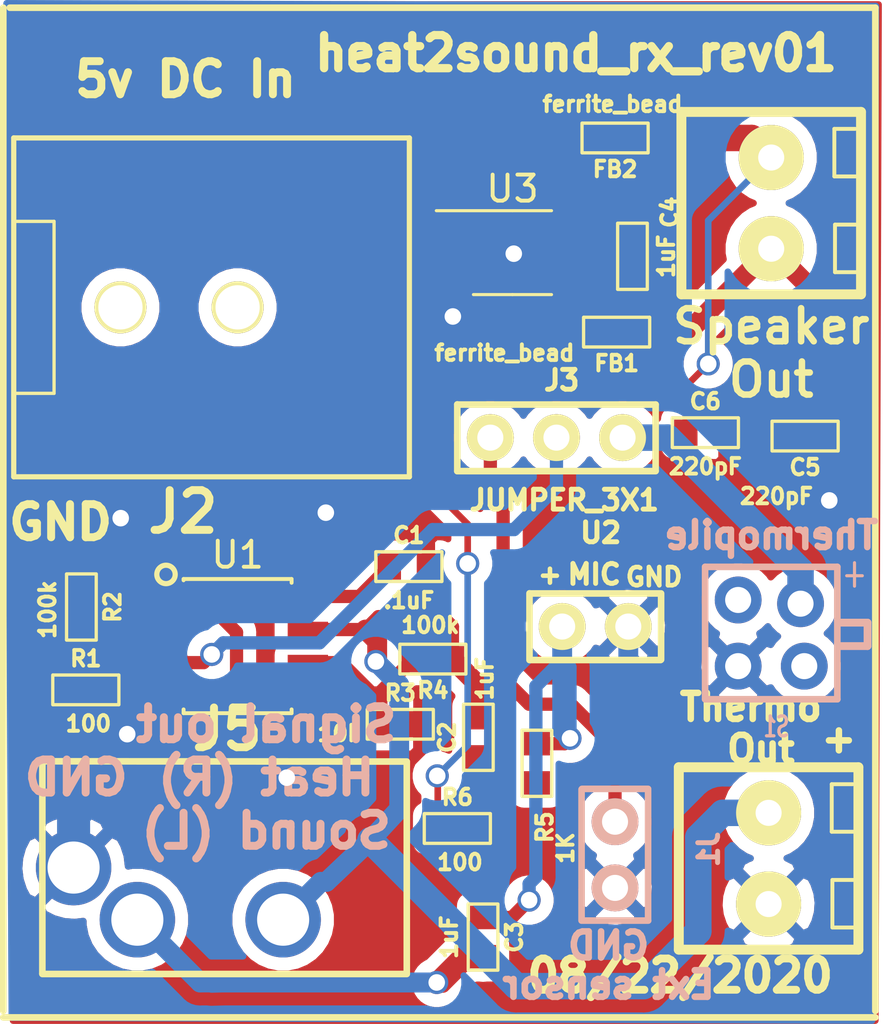
<source format=kicad_pcb>
(kicad_pcb (version 20171130) (host pcbnew 5.1.5-52549c5~86~ubuntu18.04.1)

  (general
    (thickness 1.6002)
    (drawings 18)
    (tracks 168)
    (zones 0)
    (modules 24)
    (nets 20)
  )

  (page A4)
  (title_block
    (date "12 jun 2010")
  )

  (layers
    (0 Component signal)
    (31 Copper signal)
    (32 B.Adhes user)
    (33 F.Adhes user)
    (34 B.Paste user)
    (35 F.Paste user)
    (36 B.SilkS user)
    (37 F.SilkS user)
    (38 B.Mask user hide)
    (39 F.Mask user)
    (40 Dwgs.User user)
    (41 Cmts.User user)
    (42 Eco1.User user)
    (43 Eco2.User user)
    (44 Edge.Cuts user)
    (45 Margin user)
    (46 B.CrtYd user)
    (47 F.CrtYd user)
  )

  (setup
    (last_trace_width 0.2032)
    (user_trace_width 0.254)
    (user_trace_width 0.508)
    (user_trace_width 0.762)
    (user_trace_width 1.016)
    (user_trace_width 1.27)
    (trace_clearance 0.1)
    (zone_clearance 0.5)
    (zone_45_only no)
    (trace_min 0.2032)
    (via_size 0.889)
    (via_drill 0.635)
    (via_min_size 0.889)
    (via_min_drill 0.508)
    (uvia_size 0.508)
    (uvia_drill 0.127)
    (uvias_allowed no)
    (uvia_min_size 0.508)
    (uvia_min_drill 0.127)
    (edge_width 0.09906)
    (segment_width 0.254)
    (pcb_text_width 0.3048)
    (pcb_text_size 1.524 2.032)
    (mod_edge_width 0.254)
    (mod_text_size 1.524 1.524)
    (mod_text_width 0.09906)
    (pad_size 1.99898 1.99898)
    (pad_drill 1.00076)
    (pad_to_mask_clearance 0.1)
    (solder_mask_min_width 0.1)
    (aux_axis_origin 0 0)
    (visible_elements FFFFFF7F)
    (pcbplotparams
      (layerselection 0x010fc_ffffffff)
      (usegerberextensions false)
      (usegerberattributes false)
      (usegerberadvancedattributes false)
      (creategerberjobfile false)
      (excludeedgelayer true)
      (linewidth 0.100000)
      (plotframeref false)
      (viasonmask false)
      (mode 1)
      (useauxorigin false)
      (hpglpennumber 1)
      (hpglpenspeed 20)
      (hpglpendiameter 15.000000)
      (psnegative false)
      (psa4output false)
      (plotreference true)
      (plotvalue true)
      (plotinvisibletext false)
      (padsonsilk false)
      (subtractmaskfromsilk false)
      (outputformat 1)
      (mirror false)
      (drillshape 0)
      (scaleselection 1)
      (outputdirectory ""))
  )

  (net 0 "")
  (net 1 GND)
  (net 2 "Net-(C1-Pad1)")
  (net 3 "Net-(C2-Pad2)")
  (net 4 "Net-(C2-Pad1)")
  (net 5 "Net-(C3-Pad2)")
  (net 6 "Net-(C3-Pad1)")
  (net 7 "Net-(C4-Pad1)")
  (net 8 "Net-(C5-Pad1)")
  (net 9 "Net-(C6-Pad1)")
  (net 10 "Net-(FB1-Pad2)")
  (net 11 "Net-(FB2-Pad2)")
  (net 12 "Net-(J1-Pad2)")
  (net 13 "Net-(J2-Pad1)")
  (net 14 "Net-(J3-Pad3)")
  (net 15 "Net-(J3-Pad2)")
  (net 16 "Net-(R1-Pad1)")
  (net 17 "Net-(R2-Pad1)")
  (net 18 "Net-(R3-Pad1)")
  (net 19 "Net-(R6-Pad1)")

  (net_class Default "This is the default net class."
    (clearance 0.1)
    (trace_width 0.2032)
    (via_dia 0.889)
    (via_drill 0.635)
    (uvia_dia 0.508)
    (uvia_drill 0.127)
    (diff_pair_width 0.3)
    (diff_pair_gap 0.25)
    (add_net GND)
    (add_net "Net-(C1-Pad1)")
    (add_net "Net-(C2-Pad1)")
    (add_net "Net-(C2-Pad2)")
    (add_net "Net-(C3-Pad1)")
    (add_net "Net-(C3-Pad2)")
    (add_net "Net-(C4-Pad1)")
    (add_net "Net-(C5-Pad1)")
    (add_net "Net-(C6-Pad1)")
    (add_net "Net-(FB1-Pad2)")
    (add_net "Net-(FB2-Pad2)")
    (add_net "Net-(J1-Pad2)")
    (add_net "Net-(J2-Pad1)")
    (add_net "Net-(J3-Pad2)")
    (add_net "Net-(J3-Pad3)")
    (add_net "Net-(R1-Pad1)")
    (add_net "Net-(R2-Pad1)")
    (add_net "Net-(R3-Pad1)")
    (add_net "Net-(R6-Pad1)")
  )

  (module ted_connectors:TED_HEADER_2x1 (layer Component) (tedit 59028581) (tstamp 5F3E0971)
    (at 174.75 121)
    (path /5F38E398)
    (fp_text reference U2 (at 0.2 -3.597) (layer F.SilkS)
      (effects (font (size 0.762 0.762) (thickness 0.1905)))
    )
    (fp_text value MIC (at -0.05 -2) (layer F.SilkS)
      (effects (font (size 0.762 0.762) (thickness 0.1905)))
    )
    (fp_line (start 2.5 -1.27) (end -2.5 -1.27) (layer F.SilkS) (width 0.254))
    (fp_line (start 2.52 -1.27) (end 2.52 1.27) (layer F.SilkS) (width 0.254))
    (fp_line (start 2.5 1.28524) (end -2.5 1.28524) (layer F.SilkS) (width 0.254))
    (fp_line (start -2.53524 1.28524) (end -2.53524 -1.27508) (layer F.SilkS) (width 0.254))
    (pad 2 thru_hole circle (at 1.25984 0) (size 1.8 1.8) (drill 1) (layers *.Cu *.Mask F.SilkS)
      (net 1 GND))
    (pad 1 thru_hole circle (at -1.28016 0) (size 1.8 1.8) (drill 1) (layers *.Cu *.Mask F.SilkS)
      (net 6 "Net-(C3-Pad1)"))
  )

  (module ted_connectors:TED_HEADER_2x1 (layer Copper) (tedit 59028581) (tstamp 5F42B3E4)
    (at 175.5 129.75 90)
    (path /4BAC20CF)
    (fp_text reference J1 (at 0.2 3.597 90) (layer B.SilkS)
      (effects (font (size 0.762 0.762) (thickness 0.1905)) (justify mirror))
    )
    (fp_text value TERMINAL_3.5MM_PCB_2PIN (at 0 -3.937 90) (layer B.SilkS) hide
      (effects (font (size 0.762 0.762) (thickness 0.1905)) (justify mirror))
    )
    (fp_line (start 2.5 1.27) (end -2.5 1.27) (layer B.SilkS) (width 0.254))
    (fp_line (start 2.52 1.27) (end 2.52 -1.27) (layer B.SilkS) (width 0.254))
    (fp_line (start 2.5 -1.28524) (end -2.5 -1.28524) (layer B.SilkS) (width 0.254))
    (fp_line (start -2.53524 -1.28524) (end -2.53524 1.27508) (layer B.SilkS) (width 0.254))
    (pad 2 thru_hole circle (at 1.25984 0 90) (size 1.8 1.8) (drill 1) (layers *.Cu *.Mask B.SilkS)
      (net 12 "Net-(J1-Pad2)"))
    (pad 1 thru_hole circle (at -1.28016 0 90) (size 1.8 1.8) (drill 1) (layers *.Cu *.Mask B.SilkS)
      (net 1 GND))
  )

  (module ted_connectors:TED_3.5_Stereo_STX-3150-3N-1 (layer Component) (tedit 5F41FE0E) (tstamp 5F3E08F0)
    (at 160.5 130.25)
    (path /4C01DA25)
    (fp_text reference J5 (at 0.1016 -5.3086) (layer F.SilkS)
      (effects (font (size 1.524 1.524) (thickness 0.3048)))
    )
    (fp_text value 3.5_STEREO (at -1.6 5.9) (layer F.SilkS) hide
      (effects (font (size 1.524 1.524) (thickness 0.3048)))
    )
    (fp_line (start 7 4.05) (end 7 -4.05) (layer F.SilkS) (width 0.254))
    (fp_line (start -7 4.08432) (end 7 4.08432) (layer F.SilkS) (width 0.254))
    (fp_line (start -7 -4.05) (end -7 4.05) (layer F.SilkS) (width 0.254))
    (fp_line (start 7 -4.06908) (end -7 -4.07924) (layer F.SilkS) (width 0.254))
    (pad 2 thru_hole circle (at 2.25 2) (size 2.9 2.9) (drill 2) (layers *.Cu *.Mask)
      (net 3 "Net-(C2-Pad2)"))
    (pad 3 thru_hole circle (at -3.35 2) (size 2.9 2.9) (drill 2) (layers *.Cu *.Mask)
      (net 5 "Net-(C3-Pad2)"))
    (pad 1 thru_hole circle (at -5.8 0) (size 2.9 2.9) (drill 2) (layers *.Cu *.Mask)
      (net 1 GND))
  )

  (module ted_capacitors:TED_SM0603_C (layer Component) (tedit 590516B2) (tstamp 5F3E0869)
    (at 167.58 118.7)
    (descr "SMT capacitor, 0603")
    (path /4C0C123E)
    (fp_text reference C1 (at 0 -1.2) (layer F.SilkS)
      (effects (font (size 0.6 0.6) (thickness 0.15)))
    )
    (fp_text value .1uF (at 0 1.3) (layer F.SilkS)
      (effects (font (size 0.6 0.6) (thickness 0.15)))
    )
    (fp_line (start -1.27 0.57) (end -1.27 -0.57) (layer F.SilkS) (width 0.127))
    (fp_line (start 1.25 0.57) (end -1.25 0.57) (layer F.SilkS) (width 0.127))
    (fp_line (start 1.27 -0.57) (end 1.27 0.57) (layer F.SilkS) (width 0.127))
    (fp_line (start -1.25 -0.57) (end 1.25 -0.57) (layer F.SilkS) (width 0.127))
    (pad 1 smd rect (at -0.75184 0) (size 0.9 1) (layers Component F.Paste F.Mask)
      (net 2 "Net-(C1-Pad1)") (clearance 0.1))
    (pad 2 smd rect (at 0.75184 0) (size 0.89916 1.00076) (layers Component F.Paste F.Mask)
      (net 1 GND) (clearance 0.1))
    (model smd/capacitors/c_0603.wrl
      (at (xyz 0 0 0))
      (scale (xyz 1 1 1))
      (rotate (xyz 0 0 0))
    )
  )

  (module ted_capacitors:TED_SM0603_C (layer Component) (tedit 590516B2) (tstamp 5F3E087B)
    (at 170.25 125.25 90)
    (descr "SMT capacitor, 0603")
    (path /5F48020C)
    (fp_text reference C2 (at 0 -1.2 90) (layer F.SilkS)
      (effects (font (size 0.6 0.6) (thickness 0.15)))
    )
    (fp_text value 1uF (at 2.25 0.25 90) (layer F.SilkS)
      (effects (font (size 0.6 0.6) (thickness 0.15)))
    )
    (fp_line (start -1.25 -0.57) (end 1.25 -0.57) (layer F.SilkS) (width 0.127))
    (fp_line (start 1.27 -0.57) (end 1.27 0.57) (layer F.SilkS) (width 0.127))
    (fp_line (start 1.25 0.57) (end -1.25 0.57) (layer F.SilkS) (width 0.127))
    (fp_line (start -1.27 0.57) (end -1.27 -0.57) (layer F.SilkS) (width 0.127))
    (pad 2 smd rect (at 0.75184 0 90) (size 0.89916 1.00076) (layers Component F.Paste F.Mask)
      (net 3 "Net-(C2-Pad2)") (clearance 0.1))
    (pad 1 smd rect (at -0.75184 0 90) (size 0.9 1) (layers Component F.Paste F.Mask)
      (net 4 "Net-(C2-Pad1)") (clearance 0.1))
    (model smd/capacitors/c_0603.wrl
      (at (xyz 0 0 0))
      (scale (xyz 1 1 1))
      (rotate (xyz 0 0 0))
    )
  )

  (module ted_capacitors:TED_SM0603_C (layer Component) (tedit 590516B2) (tstamp 5F3E0885)
    (at 170.43 132.91816 270)
    (descr "SMT capacitor, 0603")
    (path /5F3ABEAD)
    (fp_text reference C3 (at 0 -1.2 90) (layer F.SilkS)
      (effects (font (size 0.6 0.6) (thickness 0.15)))
    )
    (fp_text value 1uF (at 0 1.3 90) (layer F.SilkS)
      (effects (font (size 0.6 0.6) (thickness 0.15)))
    )
    (fp_line (start -1.25 -0.57) (end 1.25 -0.57) (layer F.SilkS) (width 0.127))
    (fp_line (start 1.27 -0.57) (end 1.27 0.57) (layer F.SilkS) (width 0.127))
    (fp_line (start 1.25 0.57) (end -1.25 0.57) (layer F.SilkS) (width 0.127))
    (fp_line (start -1.27 0.57) (end -1.27 -0.57) (layer F.SilkS) (width 0.127))
    (pad 2 smd rect (at 0.75184 0 270) (size 0.89916 1.00076) (layers Component F.Paste F.Mask)
      (net 5 "Net-(C3-Pad2)") (clearance 0.1))
    (pad 1 smd rect (at -0.75184 0 270) (size 0.9 1) (layers Component F.Paste F.Mask)
      (net 6 "Net-(C3-Pad1)") (clearance 0.1))
    (model smd/capacitors/c_0603.wrl
      (at (xyz 0 0 0))
      (scale (xyz 1 1 1))
      (rotate (xyz 0 0 0))
    )
  )

  (module ted_capacitors:TED_SM0603_C (layer Component) (tedit 590516B2) (tstamp 5F3E088F)
    (at 176.17 106.79 90)
    (descr "SMT capacitor, 0603")
    (path /5F405EE8)
    (fp_text reference C4 (at 1.69 1.43 90) (layer F.SilkS)
      (effects (font (size 0.6 0.6) (thickness 0.15)))
    )
    (fp_text value 1uF (at 0 1.3 90) (layer F.SilkS)
      (effects (font (size 0.6 0.6) (thickness 0.15)))
    )
    (fp_line (start -1.27 0.57) (end -1.27 -0.57) (layer F.SilkS) (width 0.127))
    (fp_line (start 1.25 0.57) (end -1.25 0.57) (layer F.SilkS) (width 0.127))
    (fp_line (start 1.27 -0.57) (end 1.27 0.57) (layer F.SilkS) (width 0.127))
    (fp_line (start -1.25 -0.57) (end 1.25 -0.57) (layer F.SilkS) (width 0.127))
    (pad 1 smd rect (at -0.75184 0 90) (size 0.9 1) (layers Component F.Paste F.Mask)
      (net 7 "Net-(C4-Pad1)") (clearance 0.1))
    (pad 2 smd rect (at 0.75184 0 90) (size 0.89916 1.00076) (layers Component F.Paste F.Mask)
      (net 1 GND) (clearance 0.1))
    (model smd/capacitors/c_0603.wrl
      (at (xyz 0 0 0))
      (scale (xyz 1 1 1))
      (rotate (xyz 0 0 0))
    )
  )

  (module ted_capacitors:TED_SM0603_C (layer Component) (tedit 590516B2) (tstamp 5F3E0899)
    (at 182.80184 113.69 180)
    (descr "SMT capacitor, 0603")
    (path /5F437655)
    (fp_text reference C5 (at 0 -1.2) (layer F.SilkS)
      (effects (font (size 0.6 0.6) (thickness 0.15)))
    )
    (fp_text value 220pF (at 1.10184 -2.31) (layer F.SilkS)
      (effects (font (size 0.6 0.6) (thickness 0.15)))
    )
    (fp_line (start -1.25 -0.57) (end 1.25 -0.57) (layer F.SilkS) (width 0.127))
    (fp_line (start 1.27 -0.57) (end 1.27 0.57) (layer F.SilkS) (width 0.127))
    (fp_line (start 1.25 0.57) (end -1.25 0.57) (layer F.SilkS) (width 0.127))
    (fp_line (start -1.27 0.57) (end -1.27 -0.57) (layer F.SilkS) (width 0.127))
    (pad 2 smd rect (at 0.75184 0 180) (size 0.89916 1.00076) (layers Component F.Paste F.Mask)
      (net 1 GND) (clearance 0.1))
    (pad 1 smd rect (at -0.75184 0 180) (size 0.9 1) (layers Component F.Paste F.Mask)
      (net 8 "Net-(C5-Pad1)") (clearance 0.1))
    (model smd/capacitors/c_0603.wrl
      (at (xyz 0 0 0))
      (scale (xyz 1 1 1))
      (rotate (xyz 0 0 0))
    )
  )

  (module ted_capacitors:TED_SM0603_C (layer Component) (tedit 590516B2) (tstamp 5F3E08A3)
    (at 178.97 113.56)
    (descr "SMT capacitor, 0603")
    (path /5F4368CA)
    (fp_text reference C6 (at 0 -1.2) (layer F.SilkS)
      (effects (font (size 0.6 0.6) (thickness 0.15)))
    )
    (fp_text value 220pF (at 0 1.3) (layer F.SilkS)
      (effects (font (size 0.6 0.6) (thickness 0.15)))
    )
    (fp_line (start -1.27 0.57) (end -1.27 -0.57) (layer F.SilkS) (width 0.127))
    (fp_line (start 1.25 0.57) (end -1.25 0.57) (layer F.SilkS) (width 0.127))
    (fp_line (start 1.27 -0.57) (end 1.27 0.57) (layer F.SilkS) (width 0.127))
    (fp_line (start -1.25 -0.57) (end 1.25 -0.57) (layer F.SilkS) (width 0.127))
    (pad 1 smd rect (at -0.75184 0) (size 0.9 1) (layers Component F.Paste F.Mask)
      (net 9 "Net-(C6-Pad1)") (clearance 0.1))
    (pad 2 smd rect (at 0.75184 0) (size 0.89916 1.00076) (layers Component F.Paste F.Mask)
      (net 1 GND) (clearance 0.1))
    (model smd/capacitors/c_0603.wrl
      (at (xyz 0 0 0))
      (scale (xyz 1 1 1))
      (rotate (xyz 0 0 0))
    )
  )

  (module ted_resistors:TED_SM0603_R (layer Component) (tedit 590515EF) (tstamp 5F3E08AD)
    (at 175.56184 109.7 180)
    (descr "SMT resistor, 0603")
    (path /5F42B281)
    (fp_text reference FB1 (at 0 -1.2) (layer F.SilkS)
      (effects (font (size 0.6 0.6) (thickness 0.15)))
    )
    (fp_text value ferrite_bead (at 4.31184 -0.8) (layer F.SilkS)
      (effects (font (size 0.6 0.6) (thickness 0.15)))
    )
    (fp_line (start 1.25 0.57) (end -1.25 0.57) (layer F.SilkS) (width 0.127))
    (fp_line (start -1.25 -0.57) (end 1.25 -0.57) (layer F.SilkS) (width 0.127))
    (fp_line (start 1.27 -0.57) (end 1.27 0.57) (layer F.SilkS) (width 0.127))
    (fp_line (start -1.27 -0.57) (end -1.27 0.57) (layer F.SilkS) (width 0.127))
    (pad 1 smd rect (at -0.75184 0 180) (size 0.89916 1.00076) (layers Component F.Paste F.Mask)
      (net 8 "Net-(C5-Pad1)") (clearance 0.1))
    (pad 2 smd rect (at 0.75184 0 180) (size 0.89916 1.00076) (layers Component F.Paste F.Mask)
      (net 10 "Net-(FB1-Pad2)") (clearance 0.1))
    (model smd/capacitors/c_0603.wrl
      (at (xyz 0 0 0))
      (scale (xyz 1 1 1))
      (rotate (xyz 0 0 0))
    )
  )

  (module ted_resistors:TED_SM0603_R (layer Component) (tedit 590515EF) (tstamp 5F3E08B7)
    (at 175.50184 102.25 180)
    (descr "SMT resistor, 0603")
    (path /5F42A6DF)
    (fp_text reference FB2 (at 0 -1.2) (layer F.SilkS)
      (effects (font (size 0.6 0.6) (thickness 0.15)))
    )
    (fp_text value ferrite_bead (at 0.1 1.3) (layer F.SilkS)
      (effects (font (size 0.6 0.6) (thickness 0.15)))
    )
    (fp_line (start -1.27 -0.57) (end -1.27 0.57) (layer F.SilkS) (width 0.127))
    (fp_line (start 1.27 -0.57) (end 1.27 0.57) (layer F.SilkS) (width 0.127))
    (fp_line (start -1.25 -0.57) (end 1.25 -0.57) (layer F.SilkS) (width 0.127))
    (fp_line (start 1.25 0.57) (end -1.25 0.57) (layer F.SilkS) (width 0.127))
    (pad 2 smd rect (at 0.75184 0 180) (size 0.89916 1.00076) (layers Component F.Paste F.Mask)
      (net 11 "Net-(FB2-Pad2)") (clearance 0.1))
    (pad 1 smd rect (at -0.75184 0 180) (size 0.89916 1.00076) (layers Component F.Paste F.Mask)
      (net 9 "Net-(C6-Pad1)") (clearance 0.1))
    (model smd/capacitors/c_0603.wrl
      (at (xyz 0 0 0))
      (scale (xyz 1 1 1))
      (rotate (xyz 0 0 0))
    )
  )

  (module ted_connectors:TED_2.1mm_DC_SMD (layer Component) (tedit 0) (tstamp 5F3E08C7)
    (at 160 108.75 180)
    (path /4BAC0857)
    (fp_text reference J2 (at 1.1 -7.85) (layer F.SilkS)
      (effects (font (size 1.524 1.524) (thickness 0.3048)))
    )
    (fp_text value DC_2.1mm (at 0.1016 8.49884) (layer F.SilkS) hide
      (effects (font (size 1.524 1.524) (thickness 0.3048)))
    )
    (fp_line (start 7.6 -3.3) (end 6.05 -3.3) (layer F.SilkS) (width 0.127))
    (fp_line (start 6.05 -3.3) (end 6.05 3.3) (layer F.SilkS) (width 0.127))
    (fp_line (start 6.05 3.3) (end 7.575 3.3) (layer F.SilkS) (width 0.127))
    (fp_line (start -7.59968 -6.5024) (end 7.59968 -6.5024) (layer F.SilkS) (width 0.20066))
    (fp_line (start 7.59968 -6.5024) (end 7.59968 6.5024) (layer F.SilkS) (width 0.20066))
    (fp_line (start 7.59968 6.5024) (end -7.59968 6.5024) (layer F.SilkS) (width 0.20066))
    (fp_line (start -7.59968 6.5024) (end -7.59968 -6.5024) (layer F.SilkS) (width 0.20066))
    (pad "" np_thru_hole circle (at -1.00076 0 180) (size 1.99898 1.99898) (drill 1.69926) (layers *.Cu *.Mask F.SilkS))
    (pad 1 smd rect (at 3.50012 5.4102 180) (size 1.99898 1.99898) (layers Component F.Paste F.Mask)
      (net 13 "Net-(J2-Pad1)"))
    (pad 1 smd rect (at -2.60096 5.4102 180) (size 1.99898 1.99898) (layers Component F.Paste F.Mask)
      (net 13 "Net-(J2-Pad1)"))
    (pad 2 smd rect (at 3.50012 -5.41528 180) (size 1.99898 1.99898) (layers Component F.Paste F.Mask)
      (net 1 GND))
    (pad 3 smd rect (at -2.60096 -5.41528 180) (size 1.99898 1.99898) (layers Component F.Paste F.Mask))
    (pad "" np_thru_hole circle (at 3.50012 0 180) (size 1.99898 1.99898) (drill 1.69926) (layers *.Cu *.Mask F.SilkS))
  )

  (module ted_connectors:TED_HEADER_3x1 (layer Component) (tedit 591A6C4A) (tstamp 5F3E08D7)
    (at 173.25 113.75)
    (path /4C01D810)
    (fp_text reference J3 (at 0.2 -2.2) (layer F.SilkS)
      (effects (font (size 0.762 0.762) (thickness 0.1905)))
    )
    (fp_text value JUMPER_3X1 (at 0.3 2.4) (layer F.SilkS)
      (effects (font (size 0.762 0.762) (thickness 0.1905)))
    )
    (fp_line (start 3.81 -1.27) (end -3.81 -1.27) (layer F.SilkS) (width 0.254))
    (fp_line (start 3.81 -1.27) (end 3.81 1.27) (layer F.SilkS) (width 0.254))
    (fp_line (start 3.81 1.28524) (end -3.81 1.28524) (layer F.SilkS) (width 0.254))
    (fp_line (start -3.81 1.28524) (end -3.81 -1.27508) (layer F.SilkS) (width 0.254))
    (pad 3 thru_hole circle (at 2.54 0) (size 1.8 1.8) (drill 1) (layers *.Cu *.Mask F.SilkS)
      (net 14 "Net-(J3-Pad3)"))
    (pad 2 thru_hole circle (at 0 0) (size 1.8 1.8) (drill 1) (layers *.Cu *.Mask F.SilkS)
      (net 15 "Net-(J3-Pad2)"))
    (pad 1 thru_hole circle (at -2.54 0) (size 1.8 1.8) (drill 1) (layers *.Cu *.Mask F.SilkS)
      (net 12 "Net-(J1-Pad2)"))
  )

  (module ted_connectors:TED_TERMINAL_3.5MM_2PIN (layer Component) (tedit 5920A0F6) (tstamp 5F41FC33)
    (at 181.4 129.9 270)
    (path /4C01D9BA)
    (fp_text reference J4 (at 0.20066 -5.40004 270) (layer F.SilkS) hide
      (effects (font (size 1.524 1.524) (thickness 0.3048)))
    )
    (fp_text value TERMINAL_3.5MM_PCB_2PIN (at 0.29972 5.6007 270) (layer F.SilkS) hide
      (effects (font (size 1.016 1.016) (thickness 0.254)))
    )
    (fp_line (start 2.65 -2.45) (end 2.65 -3.275) (layer F.SilkS) (width 0.15))
    (fp_line (start 0.825 -2.45) (end 2.65 -2.45) (layer F.SilkS) (width 0.15))
    (fp_line (start 0.825 -3.25) (end 0.825 -2.45) (layer F.SilkS) (width 0.15))
    (fp_line (start -2.85 -3.225) (end -2.85 -2.425) (layer F.SilkS) (width 0.15))
    (fp_line (start -2.85 -2.425) (end -1.025 -2.425) (layer F.SilkS) (width 0.15))
    (fp_line (start -1.025 -2.425) (end -1.025 -3.25) (layer F.SilkS) (width 0.15))
    (fp_line (start -3.50012 -3.45) (end -3.50012 3.45) (layer F.SilkS) (width 0.381))
    (fp_line (start -3.50012 3.45) (end 3.50012 3.45) (layer F.SilkS) (width 0.381))
    (fp_line (start 3.50012 3.45) (end 3.50012 -3.45) (layer F.SilkS) (width 0.381))
    (fp_line (start 3.50012 -3.45) (end -3.50012 -3.45) (layer F.SilkS) (width 0.381))
    (pad 1 thru_hole circle (at -1.75006 0 270) (size 2.5 2.5) (drill 1) (layers *.Cu *.Mask F.SilkS)
      (net 3 "Net-(C2-Pad2)") (clearance 0.5))
    (pad 2 thru_hole circle (at 1.75006 0 270) (size 2.5 2.5) (drill 1) (layers *.Cu *.Mask F.SilkS)
      (net 1 GND) (clearance 0.5))
  )

  (module ted_connectors:TED_TERMINAL_3.5MM_2PIN (layer Component) (tedit 5920A0F6) (tstamp 5F3E090C)
    (at 181.5 104.75 270)
    (path /5F3FFEAA)
    (fp_text reference J6 (at 0.2 -5 90) (layer F.SilkS) hide
      (effects (font (size 1.524 1.524) (thickness 0.3048)))
    )
    (fp_text value TERMINAL_3.5MM_PCB_2PIN (at 0.2 4.8 90) (layer F.SilkS) hide
      (effects (font (size 1.016 1.016) (thickness 0.254)))
    )
    (fp_line (start 2.65 -2.45) (end 2.65 -3.275) (layer F.SilkS) (width 0.15))
    (fp_line (start 0.825 -2.45) (end 2.65 -2.45) (layer F.SilkS) (width 0.15))
    (fp_line (start 0.825 -3.25) (end 0.825 -2.45) (layer F.SilkS) (width 0.15))
    (fp_line (start -2.85 -3.225) (end -2.85 -2.425) (layer F.SilkS) (width 0.15))
    (fp_line (start -2.85 -2.425) (end -1.025 -2.425) (layer F.SilkS) (width 0.15))
    (fp_line (start -1.025 -2.425) (end -1.025 -3.25) (layer F.SilkS) (width 0.15))
    (fp_line (start -3.50012 -3.45) (end -3.50012 3.45) (layer F.SilkS) (width 0.381))
    (fp_line (start -3.50012 3.45) (end 3.50012 3.45) (layer F.SilkS) (width 0.381))
    (fp_line (start 3.50012 3.45) (end 3.50012 -3.45) (layer F.SilkS) (width 0.381))
    (fp_line (start 3.50012 -3.45) (end -3.50012 -3.45) (layer F.SilkS) (width 0.381))
    (pad 1 thru_hole circle (at -1.75006 0 270) (size 2.5 2.5) (drill 1) (layers *.Cu *.Mask F.SilkS)
      (net 9 "Net-(C6-Pad1)") (clearance 0.5))
    (pad 2 thru_hole circle (at 1.75006 0 270) (size 2.5 2.5) (drill 1) (layers *.Cu *.Mask F.SilkS)
      (net 8 "Net-(C5-Pad1)") (clearance 0.5))
  )

  (module ted_resistors:TED_SM0603_R (layer Component) (tedit 590515EF) (tstamp 5F3E090D)
    (at 155.17 123.43)
    (descr "SMT resistor, 0603")
    (path /4C01DB2F)
    (fp_text reference R1 (at 0 -1.2) (layer F.SilkS)
      (effects (font (size 0.6 0.6) (thickness 0.15)))
    )
    (fp_text value 100 (at 0.1 1.3) (layer F.SilkS)
      (effects (font (size 0.6 0.6) (thickness 0.15)))
    )
    (fp_line (start -1.27 -0.57) (end -1.27 0.57) (layer F.SilkS) (width 0.127))
    (fp_line (start 1.27 -0.57) (end 1.27 0.57) (layer F.SilkS) (width 0.127))
    (fp_line (start -1.25 -0.57) (end 1.25 -0.57) (layer F.SilkS) (width 0.127))
    (fp_line (start 1.25 0.57) (end -1.25 0.57) (layer F.SilkS) (width 0.127))
    (pad 2 smd rect (at 0.75184 0) (size 0.89916 1.00076) (layers Component F.Paste F.Mask)
      (net 1 GND) (clearance 0.1))
    (pad 1 smd rect (at -0.75184 0) (size 0.89916 1.00076) (layers Component F.Paste F.Mask)
      (net 16 "Net-(R1-Pad1)") (clearance 0.1))
    (model smd/capacitors/c_0603.wrl
      (at (xyz 0 0 0))
      (scale (xyz 1 1 1))
      (rotate (xyz 0 0 0))
    )
  )

  (module ted_resistors:TED_SM0603_R (layer Component) (tedit 590515EF) (tstamp 5F3E0916)
    (at 155 120.25 270)
    (descr "SMT resistor, 0603")
    (path /4C01DB36)
    (fp_text reference R2 (at 0 -1.2 90) (layer F.SilkS)
      (effects (font (size 0.6 0.6) (thickness 0.15)))
    )
    (fp_text value 100k (at 0.1 1.3 90) (layer F.SilkS)
      (effects (font (size 0.6 0.6) (thickness 0.15)))
    )
    (fp_line (start -1.27 -0.57) (end -1.27 0.57) (layer F.SilkS) (width 0.127))
    (fp_line (start 1.27 -0.57) (end 1.27 0.57) (layer F.SilkS) (width 0.127))
    (fp_line (start -1.25 -0.57) (end 1.25 -0.57) (layer F.SilkS) (width 0.127))
    (fp_line (start 1.25 0.57) (end -1.25 0.57) (layer F.SilkS) (width 0.127))
    (pad 2 smd rect (at 0.75184 0 270) (size 0.89916 1.00076) (layers Component F.Paste F.Mask)
      (net 16 "Net-(R1-Pad1)") (clearance 0.1))
    (pad 1 smd rect (at -0.75184 0 270) (size 0.89916 1.00076) (layers Component F.Paste F.Mask)
      (net 17 "Net-(R2-Pad1)") (clearance 0.1))
    (model smd/capacitors/c_0603.wrl
      (at (xyz 0 0 0))
      (scale (xyz 1 1 1))
      (rotate (xyz 0 0 0))
    )
  )

  (module ted_resistors:TED_SM0603_R (layer Component) (tedit 590515EF) (tstamp 5F3E091F)
    (at 167.25 124.75)
    (descr "SMT resistor, 0603")
    (path /4C0C0F4C)
    (fp_text reference R3 (at 0 -1.2) (layer F.SilkS)
      (effects (font (size 0.6 0.6) (thickness 0.15)))
    )
    (fp_text value 10k (at -2.35 0.35) (layer F.SilkS)
      (effects (font (size 0.6 0.6) (thickness 0.15)))
    )
    (fp_line (start -1.27 -0.57) (end -1.27 0.57) (layer F.SilkS) (width 0.127))
    (fp_line (start 1.27 -0.57) (end 1.27 0.57) (layer F.SilkS) (width 0.127))
    (fp_line (start -1.25 -0.57) (end 1.25 -0.57) (layer F.SilkS) (width 0.127))
    (fp_line (start 1.25 0.57) (end -1.25 0.57) (layer F.SilkS) (width 0.127))
    (pad 2 smd rect (at 0.75184 0) (size 0.89916 1.00076) (layers Component F.Paste F.Mask)
      (net 1 GND) (clearance 0.1))
    (pad 1 smd rect (at -0.75184 0) (size 0.89916 1.00076) (layers Component F.Paste F.Mask)
      (net 18 "Net-(R3-Pad1)") (clearance 0.1))
    (model smd/capacitors/c_0603.wrl
      (at (xyz 0 0 0))
      (scale (xyz 1 1 1))
      (rotate (xyz 0 0 0))
    )
  )

  (module ted_resistors:TED_SM0603_R (layer Component) (tedit 590515EF) (tstamp 5F3E0928)
    (at 168.50184 122.25 180)
    (descr "SMT resistor, 0603")
    (path /4C0C0F4B)
    (fp_text reference R4 (at 0 -1.2) (layer F.SilkS)
      (effects (font (size 0.6 0.6) (thickness 0.15)))
    )
    (fp_text value 100k (at 0.1 1.3) (layer F.SilkS)
      (effects (font (size 0.6 0.6) (thickness 0.15)))
    )
    (fp_line (start 1.25 0.57) (end -1.25 0.57) (layer F.SilkS) (width 0.127))
    (fp_line (start -1.25 -0.57) (end 1.25 -0.57) (layer F.SilkS) (width 0.127))
    (fp_line (start 1.27 -0.57) (end 1.27 0.57) (layer F.SilkS) (width 0.127))
    (fp_line (start -1.27 -0.57) (end -1.27 0.57) (layer F.SilkS) (width 0.127))
    (pad 1 smd rect (at -0.75184 0 180) (size 0.89916 1.00076) (layers Component F.Paste F.Mask)
      (net 3 "Net-(C2-Pad2)") (clearance 0.1))
    (pad 2 smd rect (at 0.75184 0 180) (size 0.89916 1.00076) (layers Component F.Paste F.Mask)
      (net 18 "Net-(R3-Pad1)") (clearance 0.1))
    (model smd/capacitors/c_0603.wrl
      (at (xyz 0 0 0))
      (scale (xyz 1 1 1))
      (rotate (xyz 0 0 0))
    )
  )

  (module ted_resistors:TED_SM0603_R (layer Component) (tedit 590515EF) (tstamp 5F3F4F68)
    (at 172.5 126.24816 90)
    (descr "SMT resistor, 0603")
    (path /5F3909A8)
    (fp_text reference R5 (at -2.45184 0.3 90) (layer F.SilkS)
      (effects (font (size 0.6 0.6) (thickness 0.15)))
    )
    (fp_text value 1K (at -3.25184 1.1 90) (layer F.SilkS)
      (effects (font (size 0.6 0.6) (thickness 0.15)))
    )
    (fp_line (start 1.25 0.57) (end -1.25 0.57) (layer F.SilkS) (width 0.127))
    (fp_line (start -1.25 -0.57) (end 1.25 -0.57) (layer F.SilkS) (width 0.127))
    (fp_line (start 1.27 -0.57) (end 1.27 0.57) (layer F.SilkS) (width 0.127))
    (fp_line (start -1.27 -0.57) (end -1.27 0.57) (layer F.SilkS) (width 0.127))
    (pad 1 smd rect (at -0.75184 0 90) (size 0.89916 1.00076) (layers Component F.Paste F.Mask)
      (clearance 0.1))
    (pad 2 smd rect (at 0.75184 0 90) (size 0.89916 1.00076) (layers Component F.Paste F.Mask)
      (net 6 "Net-(C3-Pad1)") (clearance 0.1))
    (model smd/capacitors/c_0603.wrl
      (at (xyz 0 0 0))
      (scale (xyz 1 1 1))
      (rotate (xyz 0 0 0))
    )
  )

  (module ted_resistors:TED_SM0603_R (layer Component) (tedit 590515EF) (tstamp 5F3E0944)
    (at 169.44184 128.75)
    (descr "SMT resistor, 0603")
    (path /5F47F025)
    (fp_text reference R6 (at 0 -1.2) (layer F.SilkS)
      (effects (font (size 0.6 0.6) (thickness 0.15)))
    )
    (fp_text value 100 (at 0.1 1.3) (layer F.SilkS)
      (effects (font (size 0.6 0.6) (thickness 0.15)))
    )
    (fp_line (start 1.25 0.57) (end -1.25 0.57) (layer F.SilkS) (width 0.127))
    (fp_line (start -1.25 -0.57) (end 1.25 -0.57) (layer F.SilkS) (width 0.127))
    (fp_line (start 1.27 -0.57) (end 1.27 0.57) (layer F.SilkS) (width 0.127))
    (fp_line (start -1.27 -0.57) (end -1.27 0.57) (layer F.SilkS) (width 0.127))
    (pad 1 smd rect (at -0.75184 0) (size 0.89916 1.00076) (layers Component F.Paste F.Mask)
      (net 19 "Net-(R6-Pad1)") (clearance 0.1))
    (pad 2 smd rect (at 0.75184 0) (size 0.89916 1.00076) (layers Component F.Paste F.Mask)
      (net 4 "Net-(C2-Pad1)") (clearance 0.1))
    (model smd/capacitors/c_0603.wrl
      (at (xyz 0 0 0))
      (scale (xyz 1 1 1))
      (rotate (xyz 0 0 0))
    )
  )

  (module ted_ICs:SOIC-8 (layer Component) (tedit 5BECBCA7) (tstamp 5F3E0950)
    (at 161 121.75)
    (descr "8-Lead Plastic Small Outline")
    (path /4C0C1225)
    (attr smd)
    (fp_text reference U1 (at 0 -3.5) (layer F.SilkS)
      (effects (font (size 1 1) (thickness 0.15)))
    )
    (fp_text value MCP6V02 (at 0 3.5) (layer F.Fab)
      (effects (font (size 1 1) (thickness 0.15)))
    )
    (fp_circle (center -2.75 -2.75) (end -2.5 -2.5) (layer F.SilkS) (width 0.2))
    (fp_line (start -3.73 -2.7) (end -3.73 2.7) (layer F.CrtYd) (width 0.05))
    (fp_line (start 3.73 -2.7) (end 3.73 2.7) (layer F.CrtYd) (width 0.05))
    (fp_line (start -3.73 -2.7) (end 3.73 -2.7) (layer F.CrtYd) (width 0.05))
    (fp_line (start -3.73 2.7) (end 3.73 2.7) (layer F.CrtYd) (width 0.05))
    (fp_line (start -2.075 -2.575) (end -2.075 -2.525) (layer F.SilkS) (width 0.15))
    (fp_line (start 2.075 -2.575) (end 2.075 -2.43) (layer F.SilkS) (width 0.15))
    (fp_line (start 2.075 2.575) (end 2.075 2.43) (layer F.SilkS) (width 0.15))
    (fp_line (start -2.075 2.575) (end -2.075 2.43) (layer F.SilkS) (width 0.15))
    (fp_line (start -2.075 -2.575) (end 2.075 -2.575) (layer F.SilkS) (width 0.15))
    (fp_line (start -2.075 2.575) (end 2.075 2.575) (layer F.SilkS) (width 0.15))
    (pad 1 smd rect (at -2.7 -1.905) (size 1.55 0.6) (layers Component F.Paste F.Mask)
      (net 17 "Net-(R2-Pad1)"))
    (pad 2 smd rect (at -2.7 -0.635) (size 1.55 0.6) (layers Component F.Paste F.Mask)
      (net 16 "Net-(R1-Pad1)"))
    (pad 3 smd rect (at -2.7 0.635) (size 1.55 0.6) (layers Component F.Paste F.Mask)
      (net 15 "Net-(J3-Pad2)"))
    (pad 4 smd rect (at -2.7 1.905) (size 1.55 0.6) (layers Component F.Paste F.Mask)
      (net 1 GND))
    (pad 5 smd rect (at 2.7 1.905) (size 1.55 0.6) (layers Component F.Paste F.Mask)
      (net 17 "Net-(R2-Pad1)"))
    (pad 6 smd rect (at 2.7 0.635) (size 1.55 0.6) (layers Component F.Paste F.Mask)
      (net 18 "Net-(R3-Pad1)"))
    (pad 7 smd rect (at 2.7 -0.635) (size 1.55 0.6) (layers Component F.Paste F.Mask)
      (net 3 "Net-(C2-Pad2)"))
    (pad 8 smd rect (at 2.7 -1.905) (size 1.55 0.6) (layers Component F.Paste F.Mask)
      (net 2 "Net-(C1-Pad1)"))
    (model ${KISYS3DMOD}/Housings_SOIC.3dshapes/SOIC-8_3.9x4.9mm_Pitch1.27mm.wrl
      (at (xyz 0 0 0))
      (scale (xyz 1 1 1))
      (rotate (xyz 0 0 0))
    )
  )

  (module Package_SO:MSOP-8_3x3mm_P0.65mm (layer Component) (tedit 5D9F72B0) (tstamp 5F3E098B)
    (at 171.56 106.65)
    (descr "MSOP, 8 Pin (https://www.jedec.org/system/files/docs/mo-187F.pdf variant AA), generated with kicad-footprint-generator ipc_gullwing_generator.py")
    (tags "MSOP SO")
    (path /5F3E29C8)
    (attr smd)
    (fp_text reference U3 (at 0 -2.45) (layer F.SilkS)
      (effects (font (size 1 1) (thickness 0.15)))
    )
    (fp_text value PAM8302A (at 0 2.45) (layer F.Fab)
      (effects (font (size 1 1) (thickness 0.15)))
    )
    (fp_line (start 0 1.61) (end 1.5 1.61) (layer F.SilkS) (width 0.12))
    (fp_line (start 0 1.61) (end -1.5 1.61) (layer F.SilkS) (width 0.12))
    (fp_line (start 0 -1.61) (end 1.5 -1.61) (layer F.SilkS) (width 0.12))
    (fp_line (start 0 -1.61) (end -2.925 -1.61) (layer F.SilkS) (width 0.12))
    (fp_line (start -0.75 -1.5) (end 1.5 -1.5) (layer F.Fab) (width 0.1))
    (fp_line (start 1.5 -1.5) (end 1.5 1.5) (layer F.Fab) (width 0.1))
    (fp_line (start 1.5 1.5) (end -1.5 1.5) (layer F.Fab) (width 0.1))
    (fp_line (start -1.5 1.5) (end -1.5 -0.75) (layer F.Fab) (width 0.1))
    (fp_line (start -1.5 -0.75) (end -0.75 -1.5) (layer F.Fab) (width 0.1))
    (fp_line (start -3.18 -1.75) (end -3.18 1.75) (layer F.CrtYd) (width 0.05))
    (fp_line (start -3.18 1.75) (end 3.18 1.75) (layer F.CrtYd) (width 0.05))
    (fp_line (start 3.18 1.75) (end 3.18 -1.75) (layer F.CrtYd) (width 0.05))
    (fp_line (start 3.18 -1.75) (end -3.18 -1.75) (layer F.CrtYd) (width 0.05))
    (fp_text user %R (at 0 0) (layer F.Fab)
      (effects (font (size 0.75 0.75) (thickness 0.11)))
    )
    (pad 1 smd roundrect (at -2.1125 -0.975) (size 1.625 0.5) (layers Component F.Paste F.Mask) (roundrect_rratio 0.25))
    (pad 2 smd roundrect (at -2.1125 -0.325) (size 1.625 0.5) (layers Component F.Paste F.Mask) (roundrect_rratio 0.25))
    (pad 3 smd roundrect (at -2.1125 0.325) (size 1.625 0.5) (layers Component F.Paste F.Mask) (roundrect_rratio 0.25)
      (net 19 "Net-(R6-Pad1)"))
    (pad 4 smd roundrect (at -2.1125 0.975) (size 1.625 0.5) (layers Component F.Paste F.Mask) (roundrect_rratio 0.25)
      (net 1 GND))
    (pad 5 smd roundrect (at 2.1125 0.975) (size 1.625 0.5) (layers Component F.Paste F.Mask) (roundrect_rratio 0.25)
      (net 10 "Net-(FB1-Pad2)"))
    (pad 6 smd roundrect (at 2.1125 0.325) (size 1.625 0.5) (layers Component F.Paste F.Mask) (roundrect_rratio 0.25)
      (net 7 "Net-(C4-Pad1)"))
    (pad 7 smd roundrect (at 2.1125 -0.325) (size 1.625 0.5) (layers Component F.Paste F.Mask) (roundrect_rratio 0.25)
      (net 1 GND))
    (pad 8 smd roundrect (at 2.1125 -0.975) (size 1.625 0.5) (layers Component F.Paste F.Mask) (roundrect_rratio 0.25)
      (net 11 "Net-(FB2-Pad2)"))
    (model ${KISYS3DMOD}/Package_SO.3dshapes/MSOP-8_3x3mm_P0.65mm.wrl
      (at (xyz 0 0 0))
      (scale (xyz 1 1 1))
      (rotate (xyz 0 0 0))
    )
  )

  (module ted_connectors:TED_HEADER_2x2_THERMO (layer Copper) (tedit 5F42B7C9) (tstamp 5F42BCAC)
    (at 181.5 121.25)
    (path /4C01D7F8)
    (fp_text reference S1 (at 0.2 3.597) (layer B.SilkS)
      (effects (font (size 0.762 0.5) (thickness 0.125)) (justify mirror))
    )
    (fp_text value THERMOPILE_MLX90247 (at 0 -3.937) (layer B.SilkS) hide
      (effects (font (size 0.762 0.762) (thickness 0.1905)) (justify mirror))
    )
    (fp_line (start 2.54 2.54) (end -2.54 2.54) (layer B.SilkS) (width 0.254))
    (fp_line (start 2.54 2.54) (end 2.54 -2.54) (layer B.SilkS) (width 0.254))
    (fp_line (start 2.54 -2.54) (end -2.54 -2.54) (layer B.SilkS) (width 0.254))
    (fp_line (start -2.54 -2.54) (end -2.54 2.54) (layer B.SilkS) (width 0.254))
    (fp_line (start 2.6 0.5) (end 3.7 0.5) (layer B.SilkS) (width 0.3))
    (fp_line (start 3.7 0.5) (end 3.7 -0.4) (layer B.SilkS) (width 0.3))
    (fp_line (start 3.7 -0.4) (end 2.6 -0.4) (layer B.SilkS) (width 0.3))
    (fp_line (start 2.9 -2.2) (end 3.5 -2.2) (layer B.SilkS) (width 0.12))
    (fp_line (start 3.2 -1.8) (end 3.2 -2.7) (layer B.SilkS) (width 0.12))
    (pad 4 thru_hole circle (at 1.27 1.27) (size 1.8 1.8) (drill 1) (layers *.Cu *.Mask))
    (pad 3 thru_hole circle (at -1.27 1.27) (size 1.8 1.8) (drill 1) (layers *.Cu *.Mask)
      (net 1 GND))
    (pad 2 thru_hole circle (at -1.27 -1.27) (size 1.8 1.8) (drill 1) (layers *.Cu *.Mask))
    (pad 1 thru_hole circle (at 1.127 -1.127) (size 1.8 1.8) (drill 1) (layers *.Cu *.Mask)
      (net 14 "Net-(J3-Pad3)"))
  )

  (gr_text + (at 184.1 125.3) (layer F.SilkS)
    (effects (font (size 1 1) (thickness 0.25)))
  )
  (gr_text GND (at 177 119.1) (layer F.SilkS)
    (effects (font (size 0.7 0.7) (thickness 0.175)))
  )
  (gr_text + (at 173 119) (layer F.SilkS)
    (effects (font (size 0.7 0.7) (thickness 0.175)))
  )
  (gr_text GND (at 175.25 133.25) (layer B.SilkS)
    (effects (font (size 1 1) (thickness 0.25)) (justify mirror))
  )
  (gr_line (start 152 135.75) (end 152 97.25) (layer F.SilkS) (width 0.254) (tstamp 5F42B012))
  (gr_line (start 185.5 136) (end 152 136) (layer F.SilkS) (width 0.254))
  (gr_line (start 185.5 97.25) (end 185.5 135.75) (layer F.SilkS) (width 0.254))
  (gr_line (start 152.25 97.25) (end 185.5 97.25) (layer F.SilkS) (width 0.254))
  (gr_text 08/22/2020 (at 178 134.4) (layer F.SilkS)
    (effects (font (size 1.2 1.2) (thickness 0.3)))
  )
  (gr_text "Thermo \nOut" (at 181.1 124.9) (layer F.SilkS) (tstamp 5F3E158F)
    (effects (font (size 1 1) (thickness 0.25)))
  )
  (gr_text "Speaker\nOut" (at 181.5 110.5) (layer F.SilkS) (tstamp 5F3E1558)
    (effects (font (size 1.27 1.27) (thickness 0.25)))
  )
  (gr_text "Ext sensor" (at 175.25 134.75) (layer B.SilkS) (tstamp 5F3E1394)
    (effects (font (size 1.016 1.016) (thickness 0.254)) (justify mirror))
  )
  (gr_text heat2sound_rx_rev01 (at 174 99) (layer F.SilkS) (tstamp 5F3E115C)
    (effects (font (size 1.27 1.27) (thickness 0.3175)))
  )
  (gr_text "Signal out\nHeat (R)\nSound (L)" (at 162.1 126.8) (layer B.SilkS)
    (effects (font (size 1.27 1.27) (thickness 0.3048)) (justify mirror))
  )
  (gr_text GND (at 154.8 126.8) (layer B.SilkS)
    (effects (font (size 1.27 1.27) (thickness 0.3048)) (justify mirror))
  )
  (gr_text GND (at 154.2 117) (layer F.SilkS)
    (effects (font (size 1.27 1.27) (thickness 0.3048)))
  )
  (gr_text "5v DC In" (at 159 100) (layer F.SilkS)
    (effects (font (size 1.27 1.27) (thickness 0.3048)))
  )
  (gr_text Thermopile (at 181.5 117.5) (layer B.SilkS)
    (effects (font (size 1 1) (thickness 0.25)) (justify mirror))
  )

  (segment (start 155.92184 123.43) (end 155.92184 123.58184) (width 0.508) (layer Component) (net 1) (status 30))
  (segment (start 155.92184 123.58184) (end 156.43 124.09) (width 0.508) (layer Component) (net 1) (status 10))
  (segment (start 156.43 124.09) (end 157.72 124.09) (width 0.508) (layer Component) (net 1))
  (segment (start 158.155 123.655) (end 157.72 124.09) (width 0.508) (layer Component) (net 1) (status 10))
  (segment (start 158.3 123.655) (end 158.155 123.655) (width 0.508) (layer Component) (net 1) (status 30))
  (segment (start 154.7 128.199391) (end 155.91 126.989391) (width 1.27) (layer Copper) (net 1))
  (segment (start 154.7 130.25) (end 154.7 128.199391) (width 1.27) (layer Copper) (net 1) (status 10))
  (via (at 156.76 125.13) (size 0.889) (drill 0.635) (layers Component Copper) (net 1))
  (segment (start 155.92184 123.43) (end 155.92184 124.29184) (width 0.508) (layer Component) (net 1) (status 10))
  (segment (start 155.92184 124.29184) (end 156.76 125.13) (width 0.508) (layer Component) (net 1))
  (via (at 169.27 109.1) (size 0.889) (drill 0.635) (layers Component Copper) (net 1))
  (segment (start 169.4475 107.625) (end 169.4475 108.9225) (width 0.254) (layer Component) (net 1) (status 10))
  (segment (start 169.4475 108.9225) (end 169.27 109.1) (width 0.254) (layer Component) (net 1))
  (via (at 171.61 106.69) (size 0.889) (drill 0.635) (layers Component Copper) (net 1))
  (segment (start 173.6725 106.325) (end 171.975 106.325) (width 0.254) (layer Component) (net 1) (status 10))
  (segment (start 171.975 106.325) (end 171.61 106.69) (width 0.254) (layer Component) (net 1))
  (segment (start 175.41562 106.03816) (end 176.17 106.03816) (width 0.254) (layer Component) (net 1) (status 20))
  (segment (start 175.14777 106.30601) (end 175.41562 106.03816) (width 0.254) (layer Component) (net 1))
  (segment (start 174.21399 106.30601) (end 175.14777 106.30601) (width 0.254) (layer Component) (net 1) (status 10))
  (segment (start 174.195 106.325) (end 174.21399 106.30601) (width 0.254) (layer Component) (net 1) (status 30))
  (segment (start 173.6725 106.325) (end 174.195 106.325) (width 0.254) (layer Component) (net 1) (status 30))
  (segment (start 182.627 118.157) (end 181.38 116.91) (width 1.27) (layer Component) (net 1))
  (segment (start 181.38 116.91) (end 174.97 116.91) (width 1.27) (layer Component) (net 1))
  (segment (start 174.97 116.91) (end 173.48 118.4) (width 1.27) (layer Component) (net 1))
  (via (at 164.39 116.63) (size 0.889) (drill 0.635) (layers Component Copper) (net 1))
  (segment (start 167.27022 116.63) (end 164.39 116.63) (width 0.508) (layer Component) (net 1))
  (segment (start 168.33184 118.7) (end 168.33184 117.69162) (width 0.508) (layer Component) (net 1) (status 10))
  (segment (start 168.33184 117.69162) (end 167.27022 116.63) (width 0.508) (layer Component) (net 1))
  (via (at 156.51 116.84) (size 0.889) (drill 0.635) (layers Component Copper) (net 1))
  (segment (start 156.49988 114.16528) (end 156.49988 116.82988) (width 1.27) (layer Component) (net 1) (status 10))
  (segment (start 156.49988 116.82988) (end 156.51 116.84) (width 1.27) (layer Component) (net 1))
  (segment (start 181.92 113.56) (end 182.05 113.69) (width 0.762) (layer Component) (net 1) (status 30))
  (segment (start 179.72184 113.56) (end 181.92 113.56) (width 0.762) (layer Component) (net 1) (status 30))
  (segment (start 182.05 113.69) (end 182.05 114.48) (width 0.762) (layer Component) (net 1) (status 10))
  (via (at 183.73 116.16) (size 0.889) (drill 0.635) (layers Component Copper) (net 1))
  (segment (start 182.05 114.48) (end 183.73 116.16) (width 0.762) (layer Component) (net 1))
  (segment (start 182.627 117.263) (end 183.73 116.16) (width 1.27) (layer Component) (net 1))
  (segment (start 168.00184 125.75838) (end 168.00184 124.75) (width 0.508) (layer Component) (net 1) (status 20))
  (segment (start 164.97 126.81) (end 166.95022 126.81) (width 0.508) (layer Component) (net 1))
  (via (at 162.89 126.8) (size 0.889) (drill 0.635) (layers Component Copper) (net 1))
  (segment (start 166.95022 126.81) (end 168.00184 125.75838) (width 0.508) (layer Component) (net 1))
  (segment (start 162.89 126.8) (end 164.97 126.81) (width 0.508) (layer Component) (net 1))
  (segment (start 176.00984 122.272792) (end 176.75 123.012952) (width 0.762) (layer Copper) (net 1))
  (segment (start 176.00984 121) (end 176.00984 122.272792) (width 0.762) (layer Copper) (net 1) (status 10))
  (segment (start 176.75 123.012952) (end 176.75 123.75) (width 0.762) (layer Copper) (net 1))
  (segment (start 165.68316 119.845) (end 166.82816 118.7) (width 0.508) (layer Component) (net 2) (status 20))
  (segment (start 163.7 119.845) (end 165.68316 119.845) (width 0.508) (layer Component) (net 2) (status 10))
  (segment (start 163.7 121.115) (end 165.915 121.115) (width 0.508) (layer Component) (net 3) (status 10))
  (segment (start 165.915 121.115) (end 166.41 120.62) (width 0.508) (layer Component) (net 3))
  (segment (start 166.41 120.62) (end 168.87 120.62) (width 0.508) (layer Component) (net 3))
  (segment (start 169.25368 121.00368) (end 169.25368 122.25) (width 0.508) (layer Component) (net 3) (status 20))
  (segment (start 168.87 120.62) (end 169.25368 121.00368) (width 0.508) (layer Component) (net 3))
  (segment (start 170.25 123.24632) (end 169.25368 122.25) (width 0.762) (layer Component) (net 3) (status 20))
  (segment (start 170.25 124.49816) (end 170.25 123.24632) (width 0.762) (layer Component) (net 3) (status 10))
  (segment (start 164.199999 130.800001) (end 164.409999 130.800001) (width 0.762) (layer Copper) (net 3))
  (segment (start 162.75 132.25) (end 164.199999 130.800001) (width 0.762) (layer Copper) (net 3) (status 10))
  (via (at 166.313271 122.339689) (size 0.889) (drill 0.635) (layers Component Copper) (net 3))
  (segment (start 167.21 128) (end 167.21 123.236418) (width 0.762) (layer Copper) (net 3) (tstamp 5F41F9A3))
  (segment (start 167.21 123.236418) (end 166.313271 122.339689) (width 0.762) (layer Copper) (net 3))
  (segment (start 166.36296 121.56296) (end 165.915 121.115) (width 0.762) (layer Component) (net 3))
  (segment (start 166.36296 122.29) (end 166.36296 121.56296) (width 0.762) (layer Component) (net 3))
  (segment (start 166.313271 122.339689) (end 166.36296 122.29) (width 0.762) (layer Component) (net 3))
  (segment (start 179.632234 128.14994) (end 178.7 129.082174) (width 1.016) (layer Copper) (net 3))
  (segment (start 181.4 128.14994) (end 179.632234 128.14994) (width 1.016) (layer Copper) (net 3) (status 10))
  (segment (start 178.7 129.082174) (end 178.7 132.7) (width 1.016) (layer Copper) (net 3))
  (segment (start 178.7 132.7) (end 176.6 134.8) (width 1.016) (layer Copper) (net 3))
  (segment (start 171.7 134.8) (end 166.1 129.2) (width 1.016) (layer Copper) (net 3))
  (segment (start 176.6 134.8) (end 171.7 134.8) (width 1.016) (layer Copper) (net 3))
  (segment (start 164.409999 130.800001) (end 166.1 129.2) (width 0.762) (layer Copper) (net 3))
  (segment (start 166.1 129.2) (end 167.21 128) (width 0.762) (layer Copper) (net 3))
  (segment (start 170.19368 126.05816) (end 170.25 126.00184) (width 0.254) (layer Component) (net 4) (status 30))
  (segment (start 170.19368 128.75) (end 170.19368 126.05816) (width 0.254) (layer Component) (net 4) (status 30))
  (segment (start 170.43 133.67) (end 170.43 133.88) (width 0.508) (layer Component) (net 5) (status 30))
  (via (at 168.65 134.66) (size 0.889) (drill 0.635) (layers Component Copper) (net 5) (tstamp 5F41FC64))
  (segment (start 170.38 133.32) (end 168.9 134.8) (width 0.508) (layer Component) (net 5) (status 10))
  (segment (start 157.15 132.25) (end 158.599999 133.699999) (width 0.762) (layer Copper) (net 5) (status 10))
  (segment (start 160 134.8) (end 168.36 134.57) (width 0.508) (layer Copper) (net 5))
  (segment (start 160.14 134.66) (end 168.65 134.66) (width 0.762) (layer Copper) (net 5))
  (segment (start 169.64 133.67) (end 168.65 134.66) (width 0.762) (layer Component) (net 5))
  (segment (start 170.43 133.67) (end 169.64 133.67) (width 0.762) (layer Component) (net 5) (status 10))
  (segment (start 159.56 134.66) (end 157.15 132.25) (width 0.762) (layer Copper) (net 5) (status 20))
  (segment (start 168.65 134.66) (end 159.56 134.66) (width 0.762) (layer Copper) (net 5))
  (via (at 172.2 131.5) (size 0.889) (drill 0.635) (layers Component Copper) (net 6))
  (segment (start 170.43 132.16632) (end 171.53368 132.16632) (width 0.508) (layer Component) (net 6) (status 10))
  (segment (start 171.53368 132.16632) (end 172.2 131.5) (width 0.508) (layer Component) (net 6))
  (segment (start 172.2 130.871383) (end 172.46 130.611383) (width 0.508) (layer Copper) (net 6))
  (segment (start 172.2 131.5) (end 172.2 130.871383) (width 0.508) (layer Copper) (net 6))
  (segment (start 172.46 123.29) (end 173.48 122.27) (width 0.508) (layer Copper) (net 6))
  (segment (start 172.46 130.611383) (end 172.46 123.29) (width 0.508) (layer Copper) (net 6))
  (via (at 173.77 125.29) (size 0.889) (drill 0.635) (layers Component Copper) (net 6))
  (segment (start 172.5 125.49632) (end 173.56368 125.49632) (width 0.508) (layer Component) (net 6) (status 10))
  (segment (start 173.56368 125.49632) (end 173.77 125.29) (width 0.508) (layer Component) (net 6))
  (segment (start 173.77 122.56) (end 173.48 122.27) (width 0.508) (layer Copper) (net 6))
  (segment (start 173.77 125.29) (end 173.77 122.56) (width 0.508) (layer Copper) (net 6))
  (segment (start 173.46984 124.98984) (end 173.77 125.29) (width 0.762) (layer Copper) (net 6))
  (segment (start 173.46984 121) (end 173.46984 124.98984) (width 0.762) (layer Copper) (net 6) (status 10))
  (segment (start 175.60316 106.975) (end 176.17 107.54184) (width 0.254) (layer Component) (net 7) (status 20))
  (segment (start 173.6725 106.975) (end 175.60316 106.975) (width 0.254) (layer Component) (net 7) (status 10))
  (segment (start 178.30006 109.7) (end 181.5 106.50006) (width 0.762) (layer Component) (net 8) (status 20))
  (segment (start 176.31368 109.7) (end 178.30006 109.7) (width 0.762) (layer Component) (net 8) (status 10))
  (segment (start 183.55368 108.55374) (end 181.5 106.50006) (width 0.762) (layer Component) (net 8) (status 20))
  (segment (start 183.55368 113.69) (end 183.55368 108.55374) (width 0.762) (layer Component) (net 8) (status 10))
  (via (at 179.08 110.92) (size 0.889) (drill 0.635) (layers Component Copper) (net 9))
  (segment (start 178.21816 113.56) (end 178.21816 111.78184) (width 0.254) (layer Component) (net 9) (status 10))
  (segment (start 178.21816 111.78184) (end 179.08 110.92) (width 0.254) (layer Component) (net 9))
  (segment (start 179.08 105.41994) (end 179.99994 104.5) (width 0.254) (layer Copper) (net 9))
  (segment (start 179.08 110.92) (end 179.08 105.41994) (width 0.254) (layer Copper) (net 9))
  (segment (start 176.25368 102.25) (end 177.74994 102.25) (width 0.762) (layer Component) (net 9) (status 10))
  (segment (start 180.75006 102.25) (end 181.5 102.99994) (width 1.016) (layer Component) (net 9) (status 30))
  (segment (start 176.25368 102.25) (end 180.75006 102.25) (width 1.016) (layer Component) (net 9) (status 30))
  (segment (start 179.99994 104.5) (end 181.5 102.99994) (width 0.254) (layer Copper) (net 9) (status 20))
  (segment (start 173.6725 109.26608) (end 174.10642 109.7) (width 0.254) (layer Component) (net 10))
  (segment (start 174.10642 109.7) (end 174.81 109.7) (width 0.254) (layer Component) (net 10) (status 20))
  (segment (start 173.6725 107.625) (end 173.6725 109.26608) (width 0.254) (layer Component) (net 10) (status 10))
  (segment (start 174.04642 102.25) (end 174.75 102.25) (width 0.254) (layer Component) (net 11) (status 20))
  (segment (start 173.6725 102.62392) (end 174.04642 102.25) (width 0.254) (layer Component) (net 11))
  (segment (start 173.6725 105.675) (end 173.6725 102.62392) (width 0.254) (layer Component) (net 11) (status 10))
  (segment (start 170.71 115.022792) (end 171.2 115.512792) (width 0.508) (layer Component) (net 12))
  (segment (start 170.71 113.75) (end 170.71 115.022792) (width 0.508) (layer Component) (net 12) (status 10))
  (segment (start 171.2 115.512792) (end 171.2 122.98) (width 0.508) (layer Component) (net 12))
  (segment (start 171.2 122.98) (end 172.2 123.98) (width 0.508) (layer Component) (net 12))
  (segment (start 172.2 123.98) (end 173.81 123.98) (width 0.508) (layer Component) (net 12))
  (segment (start 175.5 125.67) (end 175.5 127.99994) (width 0.508) (layer Component) (net 12) (status 20))
  (segment (start 173.81 123.98) (end 175.5 125.67) (width 0.508) (layer Component) (net 12))
  (segment (start 156.49988 103.3398) (end 162.60096 103.3398) (width 1.27) (layer Component) (net 13) (status 30))
  (segment (start 177.062792 113.75) (end 175.79 113.75) (width 1.016) (layer Copper) (net 14))
  (segment (start 177.526792 113.75) (end 177.062792 113.75) (width 1.016) (layer Copper) (net 14))
  (segment (start 182.627 118.850208) (end 177.526792 113.75) (width 1.016) (layer Copper) (net 14))
  (segment (start 182.627 120.123) (end 182.627 118.850208) (width 1.016) (layer Copper) (net 14))
  (via (at 160.0075 122.07) (size 0.889) (drill 0.635) (layers Component Copper) (net 15))
  (segment (start 158.3 122.385) (end 159.6925 122.385) (width 0.508) (layer Component) (net 15) (status 10))
  (segment (start 159.6925 122.385) (end 160.0075 122.07) (width 0.508) (layer Component) (net 15))
  (segment (start 160.451999 121.625501) (end 164.144499 121.625501) (width 0.508) (layer Copper) (net 15))
  (segment (start 160.0075 122.07) (end 160.451999 121.625501) (width 0.508) (layer Copper) (net 15))
  (segment (start 164.144499 121.625501) (end 168.49 117.28) (width 0.508) (layer Copper) (net 15))
  (segment (start 168.49 117.28) (end 171.62 117.28) (width 0.508) (layer Copper) (net 15))
  (segment (start 173.25 115.65) (end 173.25 113.75) (width 0.508) (layer Copper) (net 15) (status 20))
  (segment (start 171.62 117.28) (end 173.25 115.65) (width 0.508) (layer Copper) (net 15))
  (segment (start 155.11316 121.115) (end 155 121.00184) (width 0.508) (layer Component) (net 16) (status 30))
  (segment (start 158.3 121.115) (end 155.11316 121.115) (width 0.508) (layer Component) (net 16) (status 30))
  (segment (start 154.41816 121.58368) (end 154.41816 123.43) (width 0.508) (layer Component) (net 16) (status 20))
  (segment (start 155 121.00184) (end 154.41816 121.58368) (width 0.508) (layer Component) (net 16) (status 10))
  (segment (start 156.67016 119.49816) (end 155 119.49816) (width 0.508) (layer Component) (net 17) (status 20))
  (segment (start 158.3 119.845) (end 157.017 119.845) (width 0.508) (layer Component) (net 17) (status 10))
  (segment (start 157.017 119.845) (end 156.67016 119.49816) (width 0.508) (layer Component) (net 17))
  (segment (start 159.583 119.845) (end 160.96 121.222) (width 0.508) (layer Component) (net 17))
  (segment (start 158.3 119.845) (end 159.583 119.845) (width 0.508) (layer Component) (net 17) (status 10))
  (segment (start 160.96 121.222) (end 160.96 122.87) (width 0.508) (layer Component) (net 17))
  (segment (start 161.745 123.655) (end 163.7 123.655) (width 0.508) (layer Component) (net 17) (status 20))
  (segment (start 160.96 122.87) (end 161.745 123.655) (width 0.508) (layer Component) (net 17))
  (segment (start 164.983 122.385) (end 166.15 123.552) (width 0.508) (layer Component) (net 18))
  (segment (start 163.7 122.385) (end 164.983 122.385) (width 0.508) (layer Component) (net 18) (status 10))
  (segment (start 166.49816 123.74162) (end 166.49816 124.75) (width 0.508) (layer Component) (net 18) (status 20))
  (segment (start 166.30854 123.552) (end 166.49816 123.74162) (width 0.508) (layer Component) (net 18))
  (segment (start 166.15 123.552) (end 166.30854 123.552) (width 0.508) (layer Component) (net 18))
  (segment (start 166.49816 123.50184) (end 166.49816 124.75) (width 0.508) (layer Component) (net 18) (status 20))
  (segment (start 167.75 122.25) (end 166.49816 123.50184) (width 0.508) (layer Component) (net 18) (status 10))
  (via (at 168.67 126.73) (size 0.889) (drill 0.635) (layers Component Copper) (net 19))
  (segment (start 168.69 128.75) (end 168.69 126.75) (width 0.254) (layer Component) (net 19) (status 10))
  (segment (start 168.69 126.75) (end 168.67 126.73) (width 0.254) (layer Component) (net 19))
  (segment (start 168.67 126.73) (end 169.84 125.56) (width 0.254) (layer Copper) (net 19))
  (via (at 169.84 118.58) (size 0.889) (drill 0.635) (layers Component Copper) (net 19))
  (segment (start 169.84 125.56) (end 169.84 118.58) (width 0.254) (layer Copper) (net 19))
  (segment (start 168.005 106.975) (end 169.4475 106.975) (width 0.254) (layer Component) (net 19) (status 20))
  (segment (start 166.95 108.03) (end 168.005 106.975) (width 0.254) (layer Component) (net 19))
  (segment (start 166.95 114.18) (end 166.95 108.03) (width 0.254) (layer Component) (net 19))
  (segment (start 169.84 118.58) (end 169.84 117.07) (width 0.254) (layer Component) (net 19))
  (segment (start 169.84 117.07) (end 166.95 114.18) (width 0.254) (layer Component) (net 19))

  (zone (net 1) (net_name GND) (layer Copper) (tstamp 5F42BD20) (hatch edge 0.508)
    (connect_pads (clearance 0.5))
    (min_thickness 0.254)
    (fill yes (arc_segments 16) (thermal_gap 0.508) (thermal_bridge_width 0.508))
    (polygon
      (pts
        (xy 185.5 136.25) (xy 185.6488 97.05918) (xy 152 96.95428) (xy 152.2024 136.13405)
      )
    )
    (filled_polygon
      (pts
        (xy 185.521318 97.185783) (xy 185.373483 136.122559) (xy 152.328748 136.007489) (xy 152.306528 131.706052) (xy 153.423553 131.706052)
        (xy 153.573548 132.016493) (xy 153.939819 132.202311) (xy 154.335303 132.313101) (xy 154.744801 132.344609) (xy 155.073 132.305181)
        (xy 155.073 132.454567) (xy 155.152818 132.855839) (xy 155.309386 133.233829) (xy 155.536689 133.574011) (xy 155.825989 133.863311)
        (xy 156.166171 134.090614) (xy 156.544161 134.247182) (xy 156.945433 134.327) (xy 157.354567 134.327) (xy 157.727326 134.252853)
        (xy 158.812224 135.337751) (xy 158.843788 135.376212) (xy 158.882249 135.407776) (xy 158.882251 135.407778) (xy 158.997276 135.502177)
        (xy 159.172389 135.595776) (xy 159.362397 135.653415) (xy 159.510482 135.668) (xy 159.510493 135.668) (xy 159.56 135.672876)
        (xy 159.609507 135.668) (xy 159.834156 135.668) (xy 159.851238 135.672673) (xy 159.980973 135.681856) (xy 160.484609 135.668)
        (xy 168.283562 135.668) (xy 168.337455 135.690323) (xy 168.544466 135.7315) (xy 168.755534 135.7315) (xy 168.962545 135.690323)
        (xy 169.157546 135.609551) (xy 169.333042 135.492289) (xy 169.482289 135.343042) (xy 169.599551 135.167546) (xy 169.680323 134.972545)
        (xy 169.7215 134.765534) (xy 169.7215 134.554466) (xy 169.689758 134.39489) (xy 170.858009 135.563141) (xy 170.893551 135.606449)
        (xy 171.066377 135.748284) (xy 171.263553 135.853676) (xy 171.477501 135.918577) (xy 171.7 135.940491) (xy 171.755751 135.935)
        (xy 176.544249 135.935) (xy 176.6 135.940491) (xy 176.655751 135.935) (xy 176.655752 135.935) (xy 176.822499 135.918577)
        (xy 177.036447 135.853676) (xy 177.233623 135.748284) (xy 177.406449 135.606449) (xy 177.441996 135.563135) (xy 179.463141 133.541991)
        (xy 179.506449 133.506449) (xy 179.648284 133.333623) (xy 179.753676 133.136447) (xy 179.806089 132.963665) (xy 180.266 132.963665)
        (xy 180.391914 133.253637) (xy 180.724126 133.419493) (xy 181.082312 133.51735) (xy 181.452706 133.543449) (xy 181.821075 133.496785)
        (xy 182.173262 133.379154) (xy 182.408086 133.253637) (xy 182.534 132.963665) (xy 181.4 131.829665) (xy 180.266 132.963665)
        (xy 179.806089 132.963665) (xy 179.818577 132.922499) (xy 179.835 132.755752) (xy 179.835 132.755743) (xy 179.84049 132.700001)
        (xy 179.838152 132.676266) (xy 180.086395 132.78406) (xy 181.220395 131.65006) (xy 181.579605 131.65006) (xy 182.713605 132.78406)
        (xy 183.003577 132.658146) (xy 183.169433 132.325934) (xy 183.26729 131.967748) (xy 183.293389 131.597354) (xy 183.246725 131.228985)
        (xy 183.129094 130.876798) (xy 183.003577 130.641974) (xy 182.713605 130.51606) (xy 181.579605 131.65006) (xy 181.220395 131.65006)
        (xy 180.086395 130.51606) (xy 179.835 130.625223) (xy 179.835 129.552305) (xy 179.991443 129.395862) (xy 180.203482 129.607901)
        (xy 180.510907 129.813316) (xy 180.706489 129.894329) (xy 180.626738 129.920966) (xy 180.391914 130.046483) (xy 180.266 130.336455)
        (xy 181.4 131.470455) (xy 182.534 130.336455) (xy 182.408086 130.046483) (xy 182.098871 129.892108) (xy 182.289093 129.813316)
        (xy 182.596518 129.607901) (xy 182.857961 129.346458) (xy 183.063376 129.039033) (xy 183.204868 128.697441) (xy 183.277 128.334808)
        (xy 183.277 127.965072) (xy 183.204868 127.602439) (xy 183.063376 127.260847) (xy 182.857961 126.953422) (xy 182.596518 126.691979)
        (xy 182.289093 126.486564) (xy 181.947501 126.345072) (xy 181.584868 126.27294) (xy 181.215132 126.27294) (xy 180.852499 126.345072)
        (xy 180.510907 126.486564) (xy 180.203482 126.691979) (xy 179.942039 126.953422) (xy 179.900934 127.01494) (xy 179.687985 127.01494)
        (xy 179.632234 127.009449) (xy 179.576482 127.01494) (xy 179.409735 127.031363) (xy 179.195787 127.096264) (xy 178.998611 127.201656)
        (xy 178.825785 127.343491) (xy 178.790242 127.3868) (xy 177.936864 128.240179) (xy 177.893551 128.275725) (xy 177.751716 128.448551)
        (xy 177.678042 128.586387) (xy 177.646324 128.645728) (xy 177.581423 128.859676) (xy 177.559509 129.082174) (xy 177.565 129.137926)
        (xy 177.565001 132.229867) (xy 176.129869 133.665) (xy 172.170132 133.665) (xy 169.899598 131.394466) (xy 171.1285 131.394466)
        (xy 171.1285 131.605534) (xy 171.169677 131.812545) (xy 171.250449 132.007546) (xy 171.367711 132.183042) (xy 171.516958 132.332289)
        (xy 171.692454 132.449551) (xy 171.887455 132.530323) (xy 172.094466 132.5715) (xy 172.305534 132.5715) (xy 172.512545 132.530323)
        (xy 172.707546 132.449551) (xy 172.883042 132.332289) (xy 173.032289 132.183042) (xy 173.091624 132.09424) (xy 174.615525 132.09424)
        (xy 174.699208 132.348421) (xy 174.971775 132.479318) (xy 175.264642 132.554525) (xy 175.566553 132.571151) (xy 175.865907 132.528557)
        (xy 176.151199 132.428382) (xy 176.300792 132.348421) (xy 176.384475 132.09424) (xy 175.5 131.209765) (xy 174.615525 132.09424)
        (xy 173.091624 132.09424) (xy 173.149551 132.007546) (xy 173.230323 131.812545) (xy 173.2715 131.605534) (xy 173.2715 131.394466)
        (xy 173.230323 131.187455) (xy 173.195642 131.103727) (xy 173.196068 131.103208) (xy 173.199539 131.096713) (xy 173.959009 131.096713)
        (xy 174.001603 131.396067) (xy 174.101778 131.681359) (xy 174.181739 131.830952) (xy 174.43592 131.914635) (xy 175.320395 131.03016)
        (xy 175.679605 131.03016) (xy 176.56408 131.914635) (xy 176.818261 131.830952) (xy 176.949158 131.558385) (xy 177.024365 131.265518)
        (xy 177.040991 130.963607) (xy 176.998397 130.664253) (xy 176.898222 130.378961) (xy 176.818261 130.229368) (xy 176.56408 130.145685)
        (xy 175.679605 131.03016) (xy 175.320395 131.03016) (xy 174.43592 130.145685) (xy 174.181739 130.229368) (xy 174.050842 130.501935)
        (xy 173.975635 130.794802) (xy 173.959009 131.096713) (xy 173.199539 131.096713) (xy 173.277875 130.950158) (xy 173.328252 130.784089)
        (xy 173.341 130.654656) (xy 173.341 130.654653) (xy 173.345262 130.611383) (xy 173.341 130.568113) (xy 173.341 128.339764)
        (xy 173.973 128.339764) (xy 173.973 128.640556) (xy 174.031681 128.93557) (xy 174.14679 129.213466) (xy 174.313901 129.463566)
        (xy 174.526594 129.676259) (xy 174.677701 129.777225) (xy 174.615525 129.96608) (xy 175.5 130.850555) (xy 176.384475 129.96608)
        (xy 176.322299 129.777225) (xy 176.473406 129.676259) (xy 176.686099 129.463566) (xy 176.85321 129.213466) (xy 176.968319 128.93557)
        (xy 177.027 128.640556) (xy 177.027 128.339764) (xy 176.968319 128.04475) (xy 176.85321 127.766854) (xy 176.686099 127.516754)
        (xy 176.473406 127.304061) (xy 176.223306 127.13695) (xy 175.94541 127.021841) (xy 175.650396 126.96316) (xy 175.349604 126.96316)
        (xy 175.05459 127.021841) (xy 174.776694 127.13695) (xy 174.526594 127.304061) (xy 174.313901 127.516754) (xy 174.14679 127.766854)
        (xy 174.031681 128.04475) (xy 173.973 128.339764) (xy 173.341 128.339764) (xy 173.341 126.272086) (xy 173.457455 126.320323)
        (xy 173.664466 126.3615) (xy 173.875534 126.3615) (xy 174.082545 126.320323) (xy 174.277546 126.239551) (xy 174.453042 126.122289)
        (xy 174.602289 125.973042) (xy 174.719551 125.797546) (xy 174.800323 125.602545) (xy 174.8415 125.395534) (xy 174.8415 125.184466)
        (xy 174.800323 124.977455) (xy 174.719551 124.782454) (xy 174.651 124.67986) (xy 174.651 123.58408) (xy 179.345525 123.58408)
        (xy 179.429208 123.838261) (xy 179.701775 123.969158) (xy 179.994642 124.044365) (xy 180.296553 124.060991) (xy 180.595907 124.018397)
        (xy 180.881199 123.918222) (xy 181.030792 123.838261) (xy 181.114475 123.58408) (xy 180.23 122.699605) (xy 179.345525 123.58408)
        (xy 174.651 123.58408) (xy 174.651 122.60327) (xy 174.652646 122.586553) (xy 178.689009 122.586553) (xy 178.731603 122.885907)
        (xy 178.831778 123.171199) (xy 178.911739 123.320792) (xy 179.16592 123.404475) (xy 180.050395 122.52) (xy 179.16592 121.635525)
        (xy 178.911739 121.719208) (xy 178.780842 121.991775) (xy 178.705635 122.284642) (xy 178.689009 122.586553) (xy 174.652646 122.586553)
        (xy 174.655262 122.56) (xy 174.651 122.516727) (xy 174.638252 122.387294) (xy 174.587875 122.221225) (xy 174.525262 122.104083)
        (xy 174.565265 122.06408) (xy 175.125365 122.06408) (xy 175.209048 122.318261) (xy 175.481615 122.449158) (xy 175.774482 122.524365)
        (xy 176.076393 122.540991) (xy 176.375747 122.498397) (xy 176.661039 122.398222) (xy 176.810632 122.318261) (xy 176.894315 122.06408)
        (xy 176.00984 121.179605) (xy 175.125365 122.06408) (xy 174.565265 122.06408) (xy 174.655939 121.973406) (xy 174.756905 121.822299)
        (xy 174.94576 121.884475) (xy 175.830235 121) (xy 176.189445 121) (xy 177.07392 121.884475) (xy 177.328101 121.800792)
        (xy 177.458998 121.528225) (xy 177.534205 121.235358) (xy 177.550831 120.933447) (xy 177.508237 120.634093) (xy 177.408062 120.348801)
        (xy 177.328101 120.199208) (xy 177.07392 120.115525) (xy 176.189445 121) (xy 175.830235 121) (xy 174.94576 120.115525)
        (xy 174.756905 120.177701) (xy 174.655939 120.026594) (xy 174.565265 119.93592) (xy 175.125365 119.93592) (xy 176.00984 120.820395)
        (xy 176.894315 119.93592) (xy 176.810632 119.681739) (xy 176.538065 119.550842) (xy 176.245198 119.475635) (xy 175.943287 119.459009)
        (xy 175.643933 119.501603) (xy 175.358641 119.601778) (xy 175.209048 119.681739) (xy 175.125365 119.93592) (xy 174.565265 119.93592)
        (xy 174.443246 119.813901) (xy 174.193146 119.64679) (xy 173.91525 119.531681) (xy 173.620236 119.473) (xy 173.319444 119.473)
        (xy 173.02443 119.531681) (xy 172.746534 119.64679) (xy 172.496434 119.813901) (xy 172.283741 120.026594) (xy 172.11663 120.276694)
        (xy 172.001521 120.55459) (xy 171.94284 120.849604) (xy 171.94284 121.150396) (xy 172.001521 121.44541) (xy 172.11663 121.723306)
        (xy 172.283741 121.973406) (xy 172.407207 122.096872) (xy 171.86764 122.636439) (xy 171.834026 122.664025) (xy 171.806441 122.697638)
        (xy 171.723932 122.798175) (xy 171.642125 122.951226) (xy 171.591749 123.117295) (xy 171.574738 123.29) (xy 171.579001 123.33328)
        (xy 171.579 130.241326) (xy 171.574026 130.245408) (xy 171.546441 130.279021) (xy 171.463932 130.379558) (xy 171.382125 130.532609)
        (xy 171.369173 130.575308) (xy 171.331748 130.698677) (xy 171.319 130.82811) (xy 171.314738 130.871383) (xy 171.316872 130.893045)
        (xy 171.250449 130.992454) (xy 171.169677 131.187455) (xy 171.1285 131.394466) (xy 169.899598 131.394466) (xy 167.584601 129.07947)
        (xy 167.902978 128.73528) (xy 167.926212 128.716212) (xy 167.970237 128.662567) (xy 167.983597 128.648124) (xy 168.001663 128.624275)
        (xy 168.052176 128.562724) (xy 168.061498 128.545284) (xy 168.073446 128.529511) (xy 168.108235 128.457846) (xy 168.145776 128.387611)
        (xy 168.151519 128.36868) (xy 168.160156 128.350887) (xy 168.180288 128.273843) (xy 168.203415 128.197603) (xy 168.205354 128.177911)
        (xy 168.210354 128.158778) (xy 168.215068 128.079291) (xy 168.218 128.049518) (xy 168.218 128.029842) (xy 168.222108 127.960568)
        (xy 168.218 127.930796) (xy 168.218 127.702559) (xy 168.357455 127.760323) (xy 168.564466 127.8015) (xy 168.775534 127.8015)
        (xy 168.982545 127.760323) (xy 169.177546 127.679551) (xy 169.353042 127.562289) (xy 169.502289 127.413042) (xy 169.619551 127.237546)
        (xy 169.700323 127.042545) (xy 169.7415 126.835534) (xy 169.7415 126.724816) (xy 170.346969 126.119348) (xy 170.375738 126.095738)
        (xy 170.469961 125.980927) (xy 170.539975 125.849939) (xy 170.58309 125.70781) (xy 170.594 125.597039) (xy 170.594 125.597038)
        (xy 170.597648 125.56) (xy 170.594 125.522961) (xy 170.594 119.341331) (xy 170.672289 119.263042) (xy 170.789551 119.087546)
        (xy 170.870323 118.892545) (xy 170.9115 118.685534) (xy 170.9115 118.474466) (xy 170.870323 118.267455) (xy 170.826228 118.161)
        (xy 171.57673 118.161) (xy 171.62 118.165262) (xy 171.66327 118.161) (xy 171.663273 118.161) (xy 171.792706 118.148252)
        (xy 171.958775 118.097875) (xy 172.111825 118.016068) (xy 172.245975 117.905975) (xy 172.273566 117.872355) (xy 173.842362 116.30356)
        (xy 173.875975 116.275975) (xy 173.930137 116.209978) (xy 173.986068 116.141826) (xy 174.014563 116.088514) (xy 174.067875 115.988775)
        (xy 174.118252 115.822706) (xy 174.131 115.693273) (xy 174.131 115.693271) (xy 174.135262 115.650001) (xy 174.131 115.606731)
        (xy 174.131 114.997843) (xy 174.223406 114.936099) (xy 174.436099 114.723406) (xy 174.52 114.597839) (xy 174.603901 114.723406)
        (xy 174.816594 114.936099) (xy 175.066694 115.10321) (xy 175.34459 115.218319) (xy 175.639604 115.277) (xy 175.940396 115.277)
        (xy 176.23541 115.218319) (xy 176.513306 115.10321) (xy 176.763406 114.936099) (xy 176.814505 114.885) (xy 177.056661 114.885)
        (xy 180.68895 118.517289) (xy 180.67541 118.511681) (xy 180.380396 118.453) (xy 180.079604 118.453) (xy 179.78459 118.511681)
        (xy 179.506694 118.62679) (xy 179.256594 118.793901) (xy 179.043901 119.006594) (xy 178.87679 119.256694) (xy 178.761681 119.53459)
        (xy 178.703 119.829604) (xy 178.703 120.130396) (xy 178.761681 120.42541) (xy 178.87679 120.703306) (xy 179.043901 120.953406)
        (xy 179.256594 121.166099) (xy 179.407701 121.267065) (xy 179.345525 121.45592) (xy 180.23 122.340395) (xy 181.114475 121.45592)
        (xy 181.052299 121.267065) (xy 181.203406 121.166099) (xy 181.373689 120.995816) (xy 181.440901 121.096406) (xy 181.653594 121.309099)
        (xy 181.754184 121.376311) (xy 181.583901 121.546594) (xy 181.482935 121.697701) (xy 181.29408 121.635525) (xy 180.409605 122.52)
        (xy 181.29408 123.404475) (xy 181.482935 123.342299) (xy 181.583901 123.493406) (xy 181.796594 123.706099) (xy 182.046694 123.87321)
        (xy 182.32459 123.988319) (xy 182.619604 124.047) (xy 182.920396 124.047) (xy 183.21541 123.988319) (xy 183.493306 123.87321)
        (xy 183.743406 123.706099) (xy 183.956099 123.493406) (xy 184.12321 123.243306) (xy 184.238319 122.96541) (xy 184.297 122.670396)
        (xy 184.297 122.369604) (xy 184.238319 122.07459) (xy 184.12321 121.796694) (xy 183.956099 121.546594) (xy 183.743406 121.333901)
        (xy 183.642816 121.266689) (xy 183.813099 121.096406) (xy 183.98021 120.846306) (xy 184.095319 120.56841) (xy 184.154 120.273396)
        (xy 184.154 119.972604) (xy 184.095319 119.67759) (xy 183.98021 119.399694) (xy 183.813099 119.149594) (xy 183.762 119.098495)
        (xy 183.762 118.905949) (xy 183.76749 118.850207) (xy 183.762 118.794465) (xy 183.762 118.794456) (xy 183.745577 118.627709)
        (xy 183.680676 118.413761) (xy 183.575284 118.216585) (xy 183.433449 118.043759) (xy 183.390141 118.008217) (xy 178.368788 112.986865)
        (xy 178.333241 112.943551) (xy 178.160415 112.801716) (xy 177.963239 112.696324) (xy 177.749291 112.631423) (xy 177.582544 112.615)
        (xy 177.582543 112.615) (xy 177.526792 112.609509) (xy 177.471041 112.615) (xy 176.814505 112.615) (xy 176.763406 112.563901)
        (xy 176.513306 112.39679) (xy 176.23541 112.281681) (xy 175.940396 112.223) (xy 175.639604 112.223) (xy 175.34459 112.281681)
        (xy 175.066694 112.39679) (xy 174.816594 112.563901) (xy 174.603901 112.776594) (xy 174.52 112.902161) (xy 174.436099 112.776594)
        (xy 174.223406 112.563901) (xy 173.973306 112.39679) (xy 173.69541 112.281681) (xy 173.400396 112.223) (xy 173.099604 112.223)
        (xy 172.80459 112.281681) (xy 172.526694 112.39679) (xy 172.276594 112.563901) (xy 172.063901 112.776594) (xy 171.98 112.902161)
        (xy 171.896099 112.776594) (xy 171.683406 112.563901) (xy 171.433306 112.39679) (xy 171.15541 112.281681) (xy 170.860396 112.223)
        (xy 170.559604 112.223) (xy 170.26459 112.281681) (xy 169.986694 112.39679) (xy 169.736594 112.563901) (xy 169.523901 112.776594)
        (xy 169.35679 113.026694) (xy 169.241681 113.30459) (xy 169.183 113.599604) (xy 169.183 113.900396) (xy 169.241681 114.19541)
        (xy 169.35679 114.473306) (xy 169.523901 114.723406) (xy 169.736594 114.936099) (xy 169.986694 115.10321) (xy 170.26459 115.218319)
        (xy 170.559604 115.277) (xy 170.860396 115.277) (xy 171.15541 115.218319) (xy 171.433306 115.10321) (xy 171.683406 114.936099)
        (xy 171.896099 114.723406) (xy 171.98 114.597839) (xy 172.063901 114.723406) (xy 172.276594 114.936099) (xy 172.369 114.997843)
        (xy 172.369 115.285078) (xy 171.255079 116.399) (xy 168.533269 116.399) (xy 168.489999 116.394738) (xy 168.446729 116.399)
        (xy 168.446727 116.399) (xy 168.317294 116.411748) (xy 168.151225 116.462125) (xy 168.140468 116.467875) (xy 167.998174 116.543932)
        (xy 167.930022 116.599863) (xy 167.864025 116.654025) (xy 167.83644 116.687638) (xy 163.779578 120.744501) (xy 160.495269 120.744501)
        (xy 160.451999 120.740239) (xy 160.408729 120.744501) (xy 160.408726 120.744501) (xy 160.279293 120.757249) (xy 160.113224 120.807626)
        (xy 159.960174 120.889433) (xy 159.826024 120.999526) (xy 159.812215 121.016353) (xy 159.694955 121.039677) (xy 159.499954 121.120449)
        (xy 159.324458 121.237711) (xy 159.175211 121.386958) (xy 159.057949 121.562454) (xy 158.977177 121.757455) (xy 158.936 121.964466)
        (xy 158.936 122.175534) (xy 158.977177 122.382545) (xy 159.057949 122.577546) (xy 159.175211 122.753042) (xy 159.324458 122.902289)
        (xy 159.499954 123.019551) (xy 159.694955 123.100323) (xy 159.901966 123.1415) (xy 160.113034 123.1415) (xy 160.320045 123.100323)
        (xy 160.515046 123.019551) (xy 160.690542 122.902289) (xy 160.839789 122.753042) (xy 160.957051 122.577546) (xy 160.986479 122.506501)
        (xy 164.101229 122.506501) (xy 164.144499 122.510763) (xy 164.187769 122.506501) (xy 164.187772 122.506501) (xy 164.317205 122.493753)
        (xy 164.483274 122.443376) (xy 164.636324 122.361569) (xy 164.770474 122.251476) (xy 164.798065 122.217856) (xy 168.852959 118.162963)
        (xy 168.809677 118.267455) (xy 168.7685 118.474466) (xy 168.7685 118.685534) (xy 168.809677 118.892545) (xy 168.890449 119.087546)
        (xy 169.007711 119.263042) (xy 169.086001 119.341332) (xy 169.086 125.247683) (xy 168.675184 125.6585) (xy 168.564466 125.6585)
        (xy 168.357455 125.699677) (xy 168.218 125.757441) (xy 168.218 123.285924) (xy 168.222876 123.236417) (xy 168.218 123.18691)
        (xy 168.218 123.1869) (xy 168.203415 123.038815) (xy 168.145776 122.848807) (xy 168.095826 122.755358) (xy 168.052176 122.673693)
        (xy 167.957777 122.558668) (xy 167.957776 122.558667) (xy 167.926212 122.520206) (xy 167.887751 122.488642) (xy 167.285145 121.886036)
        (xy 167.262822 121.832143) (xy 167.14556 121.656647) (xy 166.996313 121.5074) (xy 166.820817 121.390138) (xy 166.625816 121.309366)
        (xy 166.418805 121.268189) (xy 166.207737 121.268189) (xy 166.000726 121.309366) (xy 165.805725 121.390138) (xy 165.630229 121.5074)
        (xy 165.480982 121.656647) (xy 165.36372 121.832143) (xy 165.282948 122.027144) (xy 165.241771 122.234155) (xy 165.241771 122.445223)
        (xy 165.282948 122.652234) (xy 165.36372 122.847235) (xy 165.480982 123.022731) (xy 165.630229 123.171978) (xy 165.805725 123.28924)
        (xy 165.859618 123.311563) (xy 166.202001 123.653946) (xy 166.202 127.605285) (xy 165.716355 128.130307) (xy 165.663554 128.146324)
        (xy 165.466378 128.251717) (xy 165.293552 128.393552) (xy 165.151717 128.566378) (xy 165.046324 128.763554) (xy 165.026781 128.827977)
        (xy 163.988756 129.810724) (xy 163.812388 129.864225) (xy 163.749304 129.897944) (xy 163.637274 129.957825) (xy 163.522249 130.052224)
        (xy 163.483787 130.083789) (xy 163.452223 130.12225) (xy 163.327326 130.247147) (xy 162.954567 130.173) (xy 162.545433 130.173)
        (xy 162.144161 130.252818) (xy 161.766171 130.409386) (xy 161.425989 130.636689) (xy 161.136689 130.925989) (xy 160.909386 131.266171)
        (xy 160.752818 131.644161) (xy 160.673 132.045433) (xy 160.673 132.454567) (xy 160.752818 132.855839) (xy 160.909386 133.233829)
        (xy 161.136689 133.574011) (xy 161.214678 133.652) (xy 159.977527 133.652) (xy 159.152853 132.827326) (xy 159.227 132.454567)
        (xy 159.227 132.045433) (xy 159.147182 131.644161) (xy 158.990614 131.266171) (xy 158.763311 130.925989) (xy 158.474011 130.636689)
        (xy 158.133829 130.409386) (xy 157.755839 130.252818) (xy 157.354567 130.173) (xy 156.945433 130.173) (xy 156.794351 130.203052)
        (xy 156.745621 129.797423) (xy 156.618021 129.407038) (xy 156.466493 129.123548) (xy 156.156052 128.973553) (xy 154.879605 130.25)
        (xy 154.893748 130.264143) (xy 154.714143 130.443748) (xy 154.7 130.429605) (xy 153.423553 131.706052) (xy 152.306528 131.706052)
        (xy 152.299237 130.294801) (xy 152.605391 130.294801) (xy 152.654379 130.702577) (xy 152.781979 131.092962) (xy 152.933507 131.376452)
        (xy 153.243948 131.526447) (xy 154.520395 130.25) (xy 153.243948 128.973553) (xy 152.933507 129.123548) (xy 152.747689 129.489819)
        (xy 152.636899 129.885303) (xy 152.605391 130.294801) (xy 152.299237 130.294801) (xy 152.291484 128.793948) (xy 153.423553 128.793948)
        (xy 154.7 130.070395) (xy 155.976447 128.793948) (xy 155.826452 128.483507) (xy 155.460181 128.297689) (xy 155.064697 128.186899)
        (xy 154.655199 128.155391) (xy 154.247423 128.204379) (xy 153.857038 128.331979) (xy 153.573548 128.483507) (xy 153.423553 128.793948)
        (xy 152.291484 128.793948) (xy 152.198604 110.814466) (xy 178.0085 110.814466) (xy 178.0085 111.025534) (xy 178.049677 111.232545)
        (xy 178.130449 111.427546) (xy 178.247711 111.603042) (xy 178.396958 111.752289) (xy 178.572454 111.869551) (xy 178.767455 111.950323)
        (xy 178.974466 111.9915) (xy 179.185534 111.9915) (xy 179.392545 111.950323) (xy 179.587546 111.869551) (xy 179.763042 111.752289)
        (xy 179.912289 111.603042) (xy 180.029551 111.427546) (xy 180.110323 111.232545) (xy 180.1515 111.025534) (xy 180.1515 110.814466)
        (xy 180.110323 110.607455) (xy 180.029551 110.412454) (xy 179.912289 110.236958) (xy 179.834 110.158669) (xy 179.834 107.382818)
        (xy 179.836624 107.389153) (xy 180.042039 107.696578) (xy 180.303482 107.958021) (xy 180.610907 108.163436) (xy 180.952499 108.304928)
        (xy 181.315132 108.37706) (xy 181.684868 108.37706) (xy 182.047501 108.304928) (xy 182.389093 108.163436) (xy 182.696518 107.958021)
        (xy 182.957961 107.696578) (xy 183.163376 107.389153) (xy 183.304868 107.047561) (xy 183.377 106.684928) (xy 183.377 106.315192)
        (xy 183.304868 105.952559) (xy 183.163376 105.610967) (xy 182.957961 105.303542) (xy 182.696518 105.042099) (xy 182.389093 104.836684)
        (xy 182.179819 104.75) (xy 182.389093 104.663316) (xy 182.696518 104.457901) (xy 182.957961 104.196458) (xy 183.163376 103.889033)
        (xy 183.304868 103.547441) (xy 183.377 103.184808) (xy 183.377 102.815072) (xy 183.304868 102.452439) (xy 183.163376 102.110847)
        (xy 182.957961 101.803422) (xy 182.696518 101.541979) (xy 182.389093 101.336564) (xy 182.047501 101.195072) (xy 181.684868 101.12294)
        (xy 181.315132 101.12294) (xy 180.952499 101.195072) (xy 180.610907 101.336564) (xy 180.303482 101.541979) (xy 180.042039 101.803422)
        (xy 179.836624 102.110847) (xy 179.695132 102.452439) (xy 179.623 102.815072) (xy 179.623 103.184808) (xy 179.695132 103.547441)
        (xy 179.751089 103.682534) (xy 179.492977 103.940647) (xy 179.492972 103.940651) (xy 178.573032 104.860592) (xy 178.544263 104.884202)
        (xy 178.520652 104.912972) (xy 178.520651 104.912973) (xy 178.450039 104.999014) (xy 178.380026 105.130001) (xy 178.33691 105.272131)
        (xy 178.322353 105.41994) (xy 178.326001 105.456981) (xy 178.326 110.158669) (xy 178.247711 110.236958) (xy 178.130449 110.412454)
        (xy 178.049677 110.607455) (xy 178.0085 110.814466) (xy 152.198604 110.814466) (xy 152.187111 108.589805) (xy 154.87339 108.589805)
        (xy 154.87339 108.910195) (xy 154.935895 109.22443) (xy 155.058503 109.520432) (xy 155.236503 109.786827) (xy 155.463053 110.013377)
        (xy 155.729448 110.191377) (xy 156.02545 110.313985) (xy 156.339685 110.37649) (xy 156.660075 110.37649) (xy 156.97431 110.313985)
        (xy 157.270312 110.191377) (xy 157.536707 110.013377) (xy 157.763257 109.786827) (xy 157.941257 109.520432) (xy 158.063865 109.22443)
        (xy 158.12637 108.910195) (xy 158.12637 108.589805) (xy 159.37427 108.589805) (xy 159.37427 108.910195) (xy 159.436775 109.22443)
        (xy 159.559383 109.520432) (xy 159.737383 109.786827) (xy 159.963933 110.013377) (xy 160.230328 110.191377) (xy 160.52633 110.313985)
        (xy 160.840565 110.37649) (xy 161.160955 110.37649) (xy 161.47519 110.313985) (xy 161.771192 110.191377) (xy 162.037587 110.013377)
        (xy 162.264137 109.786827) (xy 162.442137 109.520432) (xy 162.564745 109.22443) (xy 162.62725 108.910195) (xy 162.62725 108.589805)
        (xy 162.564745 108.27557) (xy 162.442137 107.979568) (xy 162.264137 107.713173) (xy 162.037587 107.486623) (xy 161.771192 107.308623)
        (xy 161.47519 107.186015) (xy 161.160955 107.12351) (xy 160.840565 107.12351) (xy 160.52633 107.186015) (xy 160.230328 107.308623)
        (xy 159.963933 107.486623) (xy 159.737383 107.713173) (xy 159.559383 107.979568) (xy 159.436775 108.27557) (xy 159.37427 108.589805)
        (xy 158.12637 108.589805) (xy 158.063865 108.27557) (xy 157.941257 107.979568) (xy 157.763257 107.713173) (xy 157.536707 107.486623)
        (xy 157.270312 107.308623) (xy 156.97431 107.186015) (xy 156.660075 107.12351) (xy 156.339685 107.12351) (xy 156.02545 107.186015)
        (xy 155.729448 107.308623) (xy 155.463053 107.486623) (xy 155.236503 107.713173) (xy 155.058503 107.979568) (xy 154.935895 108.27557)
        (xy 154.87339 108.589805) (xy 152.187111 108.589805) (xy 152.12766 97.081678)
      )
    )
  )
  (zone (net 1) (net_name GND) (layer Component) (tstamp 5F42BD1D) (hatch edge 0.508)
    (connect_pads (clearance 0.5))
    (min_thickness 0.254)
    (fill yes (arc_segments 16) (thermal_gap 0.508) (thermal_bridge_width 0.508))
    (polygon
      (pts
        (xy 185.625 136.25) (xy 152.25 136.25) (xy 152 97) (xy 185.75 97)
      )
    )
    (filled_polygon
      (pts
        (xy 185.498404 136.123) (xy 152.376193 136.123) (xy 152.366203 134.554466) (xy 167.5785 134.554466) (xy 167.5785 134.765534)
        (xy 167.619677 134.972545) (xy 167.700449 135.167546) (xy 167.817711 135.343042) (xy 167.966958 135.492289) (xy 168.142454 135.609551)
        (xy 168.337455 135.690323) (xy 168.544466 135.7315) (xy 168.755534 135.7315) (xy 168.962545 135.690323) (xy 168.998088 135.675601)
        (xy 169.072705 135.668251) (xy 169.238774 135.617875) (xy 169.391825 135.536068) (xy 169.492362 135.453559) (xy 170.196308 134.749613)
        (xy 170.271113 134.749613) (xy 170.43 134.765262) (xy 170.588887 134.749613) (xy 170.93038 134.749613) (xy 171.053293 134.737507)
        (xy 171.171483 134.701655) (xy 171.280408 134.643433) (xy 171.375881 134.565081) (xy 171.454233 134.469608) (xy 171.512455 134.360683)
        (xy 171.548307 134.242493) (xy 171.560413 134.11958) (xy 171.560413 133.22042) (xy 171.548307 133.097507) (xy 171.534356 133.051515)
        (xy 171.57695 133.04732) (xy 171.576953 133.04732) (xy 171.706386 133.034572) (xy 171.872455 132.984195) (xy 171.910863 132.963665)
        (xy 180.266 132.963665) (xy 180.391914 133.253637) (xy 180.724126 133.419493) (xy 181.082312 133.51735) (xy 181.452706 133.543449)
        (xy 181.821075 133.496785) (xy 182.173262 133.379154) (xy 182.408086 133.253637) (xy 182.534 132.963665) (xy 181.4 131.829665)
        (xy 180.266 132.963665) (xy 171.910863 132.963665) (xy 172.025505 132.902388) (xy 172.159655 132.792295) (xy 172.187245 132.758676)
        (xy 172.391526 132.554395) (xy 172.512545 132.530323) (xy 172.707546 132.449551) (xy 172.883042 132.332289) (xy 173.032289 132.183042)
        (xy 173.091624 132.09424) (xy 174.615525 132.09424) (xy 174.699208 132.348421) (xy 174.971775 132.479318) (xy 175.264642 132.554525)
        (xy 175.566553 132.571151) (xy 175.865907 132.528557) (xy 176.151199 132.428382) (xy 176.300792 132.348421) (xy 176.384475 132.09424)
        (xy 175.5 131.209765) (xy 174.615525 132.09424) (xy 173.091624 132.09424) (xy 173.149551 132.007546) (xy 173.230323 131.812545)
        (xy 173.2715 131.605534) (xy 173.2715 131.394466) (xy 173.230323 131.187455) (xy 173.192737 131.096713) (xy 173.959009 131.096713)
        (xy 174.001603 131.396067) (xy 174.101778 131.681359) (xy 174.181739 131.830952) (xy 174.43592 131.914635) (xy 175.320395 131.03016)
        (xy 175.679605 131.03016) (xy 176.56408 131.914635) (xy 176.818261 131.830952) (xy 176.87982 131.702766) (xy 179.506611 131.702766)
        (xy 179.553275 132.071135) (xy 179.670906 132.423322) (xy 179.796423 132.658146) (xy 180.086395 132.78406) (xy 181.220395 131.65006)
        (xy 181.579605 131.65006) (xy 182.713605 132.78406) (xy 183.003577 132.658146) (xy 183.169433 132.325934) (xy 183.26729 131.967748)
        (xy 183.293389 131.597354) (xy 183.246725 131.228985) (xy 183.129094 130.876798) (xy 183.003577 130.641974) (xy 182.713605 130.51606)
        (xy 181.579605 131.65006) (xy 181.220395 131.65006) (xy 180.086395 130.51606) (xy 179.796423 130.641974) (xy 179.630567 130.974186)
        (xy 179.53271 131.332372) (xy 179.506611 131.702766) (xy 176.87982 131.702766) (xy 176.949158 131.558385) (xy 177.024365 131.265518)
        (xy 177.040991 130.963607) (xy 176.998397 130.664253) (xy 176.898222 130.378961) (xy 176.818261 130.229368) (xy 176.56408 130.145685)
        (xy 175.679605 131.03016) (xy 175.320395 131.03016) (xy 174.43592 130.145685) (xy 174.181739 130.229368) (xy 174.050842 130.501935)
        (xy 173.975635 130.794802) (xy 173.959009 131.096713) (xy 173.192737 131.096713) (xy 173.149551 130.992454) (xy 173.032289 130.816958)
        (xy 172.883042 130.667711) (xy 172.707546 130.550449) (xy 172.512545 130.469677) (xy 172.305534 130.4285) (xy 172.094466 130.4285)
        (xy 171.887455 130.469677) (xy 171.692454 130.550449) (xy 171.516958 130.667711) (xy 171.367711 130.816958) (xy 171.250449 130.992454)
        (xy 171.187981 131.143266) (xy 171.171103 131.134245) (xy 171.052913 131.098393) (xy 170.93 131.086287) (xy 169.93 131.086287)
        (xy 169.807087 131.098393) (xy 169.688897 131.134245) (xy 169.579972 131.192467) (xy 169.484499 131.270819) (xy 169.406147 131.366292)
        (xy 169.347925 131.475217) (xy 169.312073 131.593407) (xy 169.299967 131.71632) (xy 169.299967 132.61632) (xy 169.309862 132.716789)
        (xy 169.252389 132.734224) (xy 169.176254 132.774919) (xy 169.077275 132.827824) (xy 168.986419 132.902388) (xy 168.923788 132.953788)
        (xy 168.892224 132.992249) (xy 168.196347 133.688126) (xy 168.142454 133.710449) (xy 167.966958 133.827711) (xy 167.817711 133.976958)
        (xy 167.700449 134.152454) (xy 167.619677 134.347455) (xy 167.5785 134.554466) (xy 152.366203 134.554466) (xy 152.34806 131.706052)
        (xy 153.423553 131.706052) (xy 153.573548 132.016493) (xy 153.939819 132.202311) (xy 154.335303 132.313101) (xy 154.744801 132.344609)
        (xy 155.073 132.305181) (xy 155.073 132.454567) (xy 155.152818 132.855839) (xy 155.309386 133.233829) (xy 155.536689 133.574011)
        (xy 155.825989 133.863311) (xy 156.166171 134.090614) (xy 156.544161 134.247182) (xy 156.945433 134.327) (xy 157.354567 134.327)
        (xy 157.755839 134.247182) (xy 158.133829 134.090614) (xy 158.474011 133.863311) (xy 158.763311 133.574011) (xy 158.990614 133.233829)
        (xy 159.147182 132.855839) (xy 159.227 132.454567) (xy 159.227 132.045433) (xy 160.673 132.045433) (xy 160.673 132.454567)
        (xy 160.752818 132.855839) (xy 160.909386 133.233829) (xy 161.136689 133.574011) (xy 161.425989 133.863311) (xy 161.766171 134.090614)
        (xy 162.144161 134.247182) (xy 162.545433 134.327) (xy 162.954567 134.327) (xy 163.355839 134.247182) (xy 163.733829 134.090614)
        (xy 164.074011 133.863311) (xy 164.363311 133.574011) (xy 164.590614 133.233829) (xy 164.747182 132.855839) (xy 164.827 132.454567)
        (xy 164.827 132.045433) (xy 164.747182 131.644161) (xy 164.590614 131.266171) (xy 164.363311 130.925989) (xy 164.074011 130.636689)
        (xy 163.733829 130.409386) (xy 163.355839 130.252818) (xy 162.954567 130.173) (xy 162.545433 130.173) (xy 162.144161 130.252818)
        (xy 161.766171 130.409386) (xy 161.425989 130.636689) (xy 161.136689 130.925989) (xy 160.909386 131.266171) (xy 160.752818 131.644161)
        (xy 160.673 132.045433) (xy 159.227 132.045433) (xy 159.147182 131.644161) (xy 158.990614 131.266171) (xy 158.763311 130.925989)
        (xy 158.474011 130.636689) (xy 158.133829 130.409386) (xy 157.755839 130.252818) (xy 157.354567 130.173) (xy 156.945433 130.173)
        (xy 156.794351 130.203052) (xy 156.745621 129.797423) (xy 156.618021 129.407038) (xy 156.466493 129.123548) (xy 156.156052 128.973553)
        (xy 154.879605 130.25) (xy 154.893748 130.264143) (xy 154.714143 130.443748) (xy 154.7 130.429605) (xy 153.423553 131.706052)
        (xy 152.34806 131.706052) (xy 152.339071 130.294801) (xy 152.605391 130.294801) (xy 152.654379 130.702577) (xy 152.781979 131.092962)
        (xy 152.933507 131.376452) (xy 153.243948 131.526447) (xy 154.520395 130.25) (xy 153.243948 128.973553) (xy 152.933507 129.123548)
        (xy 152.747689 129.489819) (xy 152.636899 129.885303) (xy 152.605391 130.294801) (xy 152.339071 130.294801) (xy 152.329512 128.793948)
        (xy 153.423553 128.793948) (xy 154.7 130.070395) (xy 155.976447 128.793948) (xy 155.826452 128.483507) (xy 155.460181 128.297689)
        (xy 155.064697 128.186899) (xy 154.655199 128.155391) (xy 154.247423 128.204379) (xy 153.857038 128.331979) (xy 153.573548 128.483507)
        (xy 153.423553 128.793948) (xy 152.329512 128.793948) (xy 152.292159 122.92962) (xy 153.338547 122.92962) (xy 153.338547 123.93038)
        (xy 153.350653 124.053293) (xy 153.386505 124.171483) (xy 153.444727 124.280408) (xy 153.523079 124.375881) (xy 153.618552 124.454233)
        (xy 153.727477 124.512455) (xy 153.845667 124.548307) (xy 153.96858 124.560413) (xy 154.86774 124.560413) (xy 154.990653 124.548307)
        (xy 155.108843 124.512455) (xy 155.161514 124.484301) (xy 155.22808 124.519882) (xy 155.347778 124.556192) (xy 155.47226 124.568452)
        (xy 155.63609 124.56538) (xy 155.79484 124.40663) (xy 155.79484 123.557) (xy 155.77484 123.557) (xy 155.77484 123.303)
        (xy 155.79484 123.303) (xy 155.79484 122.45337) (xy 155.63609 122.29462) (xy 155.47226 122.291548) (xy 155.347778 122.303808)
        (xy 155.29916 122.318556) (xy 155.29916 122.081453) (xy 155.50038 122.081453) (xy 155.623293 122.069347) (xy 155.741483 122.033495)
        (xy 155.811631 121.996) (xy 156.903733 121.996) (xy 156.894967 122.085) (xy 156.894967 122.566609) (xy 156.822605 122.478435)
        (xy 156.725914 122.399083) (xy 156.6156 122.340118) (xy 156.495902 122.303808) (xy 156.37142 122.291548) (xy 156.20759 122.29462)
        (xy 156.04884 122.45337) (xy 156.04884 123.303) (xy 156.06884 123.303) (xy 156.06884 123.557) (xy 156.04884 123.557)
        (xy 156.04884 124.40663) (xy 156.20759 124.56538) (xy 156.37142 124.568452) (xy 156.495902 124.556192) (xy 156.6156 124.519882)
        (xy 156.725914 124.460917) (xy 156.822605 124.381565) (xy 156.901957 124.284874) (xy 156.94163 124.210652) (xy 156.994463 124.309494)
        (xy 157.073815 124.406185) (xy 157.170506 124.485537) (xy 157.28082 124.544502) (xy 157.400518 124.580812) (xy 157.525 124.593072)
        (xy 158.01425 124.59) (xy 158.173 124.43125) (xy 158.173 123.782) (xy 158.427 123.782) (xy 158.427 124.43125)
        (xy 158.58575 124.59) (xy 159.075 124.593072) (xy 159.199482 124.580812) (xy 159.31918 124.544502) (xy 159.429494 124.485537)
        (xy 159.526185 124.406185) (xy 159.605537 124.309494) (xy 159.664502 124.19918) (xy 159.700812 124.079482) (xy 159.713072 123.955)
        (xy 159.71 123.94075) (xy 159.55125 123.782) (xy 158.427 123.782) (xy 158.173 123.782) (xy 158.153 123.782)
        (xy 158.153 123.528) (xy 158.173 123.528) (xy 158.173 123.508) (xy 158.427 123.508) (xy 158.427 123.528)
        (xy 159.55125 123.528) (xy 159.71 123.36925) (xy 159.713072 123.355) (xy 159.704609 123.269069) (xy 159.73577 123.266)
        (xy 159.735773 123.266) (xy 159.865206 123.253252) (xy 160.031275 123.202875) (xy 160.12512 123.152714) (xy 160.142125 123.208774)
        (xy 160.223932 123.361825) (xy 160.270483 123.418547) (xy 160.334026 123.495975) (xy 160.36764 123.523561) (xy 161.091438 124.24736)
        (xy 161.119025 124.280975) (xy 161.185022 124.335137) (xy 161.253174 124.391068) (xy 161.371348 124.454233) (xy 161.406225 124.472875)
        (xy 161.572294 124.523252) (xy 161.701727 124.536) (xy 161.70173 124.536) (xy 161.745 124.540262) (xy 161.78827 124.536)
        (xy 162.681886 124.536) (xy 162.683897 124.537075) (xy 162.802087 124.572927) (xy 162.925 124.585033) (xy 164.475 124.585033)
        (xy 164.597913 124.572927) (xy 164.716103 124.537075) (xy 164.825028 124.478853) (xy 164.920501 124.400501) (xy 164.998853 124.305028)
        (xy 165.057075 124.196103) (xy 165.092927 124.077913) (xy 165.105033 123.955) (xy 165.105033 123.752955) (xy 165.441855 124.089777)
        (xy 165.430653 124.126707) (xy 165.418547 124.24962) (xy 165.418547 125.25038) (xy 165.430653 125.373293) (xy 165.466505 125.491483)
        (xy 165.524727 125.600408) (xy 165.603079 125.695881) (xy 165.698552 125.774233) (xy 165.807477 125.832455) (xy 165.925667 125.868307)
        (xy 166.04858 125.880413) (xy 166.94774 125.880413) (xy 167.070653 125.868307) (xy 167.188843 125.832455) (xy 167.241514 125.804301)
        (xy 167.30808 125.839882) (xy 167.427778 125.876192) (xy 167.55226 125.888452) (xy 167.71609 125.88538) (xy 167.87484 125.72663)
        (xy 167.87484 124.877) (xy 167.85484 124.877) (xy 167.85484 124.623) (xy 167.87484 124.623) (xy 167.87484 123.77337)
        (xy 168.12884 123.77337) (xy 168.12884 124.623) (xy 168.92767 124.623) (xy 169.08642 124.46425) (xy 169.089492 124.24962)
        (xy 169.077232 124.125138) (xy 169.040922 124.00544) (xy 168.981957 123.895126) (xy 168.902605 123.798435) (xy 168.805914 123.719083)
        (xy 168.6956 123.660118) (xy 168.575902 123.623808) (xy 168.45142 123.611548) (xy 168.28759 123.61462) (xy 168.12884 123.77337)
        (xy 167.87484 123.77337) (xy 167.71609 123.61462) (xy 167.632862 123.613059) (xy 167.865509 123.380413) (xy 168.19958 123.380413)
        (xy 168.322493 123.368307) (xy 168.440683 123.332455) (xy 168.50184 123.299766) (xy 168.562997 123.332455) (xy 168.681187 123.368307)
        (xy 168.8041 123.380413) (xy 168.958566 123.380413) (xy 169.242001 123.663848) (xy 169.242001 123.678771) (xy 169.225767 123.698552)
        (xy 169.167545 123.807477) (xy 169.131693 123.925667) (xy 169.119587 124.04858) (xy 169.119587 124.94774) (xy 169.131693 125.070653)
        (xy 169.167545 125.188843) (xy 169.200312 125.250145) (xy 169.167925 125.310737) (xy 169.132073 125.428927) (xy 169.119967 125.55184)
        (xy 169.119967 125.756599) (xy 168.982545 125.699677) (xy 168.915155 125.686272) (xy 168.981957 125.604874) (xy 169.040922 125.49456)
        (xy 169.077232 125.374862) (xy 169.089492 125.25038) (xy 169.08642 125.03575) (xy 168.92767 124.877) (xy 168.12884 124.877)
        (xy 168.12884 125.72663) (xy 168.176741 125.774531) (xy 168.162454 125.780449) (xy 167.986958 125.897711) (xy 167.837711 126.046958)
        (xy 167.720449 126.222454) (xy 167.639677 126.417455) (xy 167.5985 126.624466) (xy 167.5985 126.835534) (xy 167.639677 127.042545)
        (xy 167.720449 127.237546) (xy 167.837711 127.413042) (xy 167.936001 127.511332) (xy 167.936001 127.701389) (xy 167.890392 127.725767)
        (xy 167.794919 127.804119) (xy 167.716567 127.899592) (xy 167.658345 128.008517) (xy 167.622493 128.126707) (xy 167.610387 128.24962)
        (xy 167.610387 129.25038) (xy 167.622493 129.373293) (xy 167.658345 129.491483) (xy 167.716567 129.600408) (xy 167.794919 129.695881)
        (xy 167.890392 129.774233) (xy 167.999317 129.832455) (xy 168.117507 129.868307) (xy 168.24042 129.880413) (xy 169.13958 129.880413)
        (xy 169.262493 129.868307) (xy 169.380683 129.832455) (xy 169.44184 129.799766) (xy 169.502997 129.832455) (xy 169.621187 129.868307)
        (xy 169.7441 129.880413) (xy 170.64326 129.880413) (xy 170.766173 129.868307) (xy 170.884363 129.832455) (xy 170.993288 129.774233)
        (xy 171.088761 129.695881) (xy 171.167113 129.600408) (xy 171.225335 129.491483) (xy 171.261187 129.373293) (xy 171.273293 129.25038)
        (xy 171.273293 128.24962) (xy 171.261187 128.126707) (xy 171.225335 128.008517) (xy 171.167113 127.899592) (xy 171.088761 127.804119)
        (xy 170.993288 127.725767) (xy 170.94768 127.701389) (xy 170.94768 127.047087) (xy 170.991103 127.033915) (xy 171.100028 126.975693)
        (xy 171.195501 126.897341) (xy 171.273853 126.801868) (xy 171.332075 126.692943) (xy 171.367927 126.574753) (xy 171.369587 126.557899)
        (xy 171.369587 127.44958) (xy 171.381693 127.572493) (xy 171.417545 127.690683) (xy 171.475767 127.799608) (xy 171.554119 127.895081)
        (xy 171.649592 127.973433) (xy 171.758517 128.031655) (xy 171.876707 128.067507) (xy 171.99962 128.079613) (xy 173.00038 128.079613)
        (xy 173.123293 128.067507) (xy 173.241483 128.031655) (xy 173.350408 127.973433) (xy 173.445881 127.895081) (xy 173.524233 127.799608)
        (xy 173.582455 127.690683) (xy 173.618307 127.572493) (xy 173.630413 127.44958) (xy 173.630413 126.55042) (xy 173.618307 126.427507)
        (xy 173.603195 126.37769) (xy 173.60695 126.37732) (xy 173.606953 126.37732) (xy 173.736386 126.364572) (xy 173.746513 126.3615)
        (xy 173.875534 126.3615) (xy 174.082545 126.320323) (xy 174.277546 126.239551) (xy 174.453042 126.122289) (xy 174.579705 125.995626)
        (xy 174.619 126.034922) (xy 174.619001 127.242317) (xy 174.526594 127.304061) (xy 174.313901 127.516754) (xy 174.14679 127.766854)
        (xy 174.031681 128.04475) (xy 173.973 128.339764) (xy 173.973 128.640556) (xy 174.031681 128.93557) (xy 174.14679 129.213466)
        (xy 174.313901 129.463566) (xy 174.526594 129.676259) (xy 174.677701 129.777225) (xy 174.615525 129.96608) (xy 175.5 130.850555)
        (xy 176.384475 129.96608) (xy 176.322299 129.777225) (xy 176.473406 129.676259) (xy 176.686099 129.463566) (xy 176.85321 129.213466)
        (xy 176.968319 128.93557) (xy 177.027 128.640556) (xy 177.027 128.339764) (xy 176.968319 128.04475) (xy 176.935316 127.965072)
        (xy 179.523 127.965072) (xy 179.523 128.334808) (xy 179.595132 128.697441) (xy 179.736624 129.039033) (xy 179.942039 129.346458)
        (xy 180.203482 129.607901) (xy 180.510907 129.813316) (xy 180.706489 129.894329) (xy 180.626738 129.920966) (xy 180.391914 130.046483)
        (xy 180.266 130.336455) (xy 181.4 131.470455) (xy 182.534 130.336455) (xy 182.408086 130.046483) (xy 182.098871 129.892108)
        (xy 182.289093 129.813316) (xy 182.596518 129.607901) (xy 182.857961 129.346458) (xy 183.063376 129.039033) (xy 183.204868 128.697441)
        (xy 183.277 128.334808) (xy 183.277 127.965072) (xy 183.204868 127.602439) (xy 183.063376 127.260847) (xy 182.857961 126.953422)
        (xy 182.596518 126.691979) (xy 182.289093 126.486564) (xy 181.947501 126.345072) (xy 181.584868 126.27294) (xy 181.215132 126.27294)
        (xy 180.852499 126.345072) (xy 180.510907 126.486564) (xy 180.203482 126.691979) (xy 179.942039 126.953422) (xy 179.736624 127.260847)
        (xy 179.595132 127.602439) (xy 179.523 127.965072) (xy 176.935316 127.965072) (xy 176.85321 127.766854) (xy 176.686099 127.516754)
        (xy 176.473406 127.304061) (xy 176.381 127.242317) (xy 176.381 125.71327) (xy 176.385262 125.67) (xy 176.380165 125.618252)
        (xy 176.368252 125.497294) (xy 176.317875 125.331225) (xy 176.29584 125.29) (xy 176.236068 125.178174) (xy 176.153559 125.077637)
        (xy 176.125975 125.044025) (xy 176.092362 125.01644) (xy 174.660002 123.58408) (xy 179.345525 123.58408) (xy 179.429208 123.838261)
        (xy 179.701775 123.969158) (xy 179.994642 124.044365) (xy 180.296553 124.060991) (xy 180.595907 124.018397) (xy 180.881199 123.918222)
        (xy 181.030792 123.838261) (xy 181.114475 123.58408) (xy 180.23 122.699605) (xy 179.345525 123.58408) (xy 174.660002 123.58408)
        (xy 174.463566 123.387645) (xy 174.435975 123.354025) (xy 174.301825 123.243932) (xy 174.148775 123.162125) (xy 173.982706 123.111748)
        (xy 173.853273 123.099) (xy 173.85327 123.099) (xy 173.81 123.094738) (xy 173.76673 123.099) (xy 172.564922 123.099)
        (xy 172.081 122.615078) (xy 172.081 122.586553) (xy 178.689009 122.586553) (xy 178.731603 122.885907) (xy 178.831778 123.171199)
        (xy 178.911739 123.320792) (xy 179.16592 123.404475) (xy 180.050395 122.52) (xy 179.16592 121.635525) (xy 178.911739 121.719208)
        (xy 178.780842 121.991775) (xy 178.705635 122.284642) (xy 178.689009 122.586553) (xy 172.081 122.586553) (xy 172.081 121.637288)
        (xy 172.11663 121.723306) (xy 172.283741 121.973406) (xy 172.496434 122.186099) (xy 172.746534 122.35321) (xy 173.02443 122.468319)
        (xy 173.319444 122.527) (xy 173.620236 122.527) (xy 173.91525 122.468319) (xy 174.193146 122.35321) (xy 174.443246 122.186099)
        (xy 174.565265 122.06408) (xy 175.125365 122.06408) (xy 175.209048 122.318261) (xy 175.481615 122.449158) (xy 175.774482 122.524365)
        (xy 176.076393 122.540991) (xy 176.375747 122.498397) (xy 176.661039 122.398222) (xy 176.810632 122.318261) (xy 176.894315 122.06408)
        (xy 176.00984 121.179605) (xy 175.125365 122.06408) (xy 174.565265 122.06408) (xy 174.655939 121.973406) (xy 174.756905 121.822299)
        (xy 174.94576 121.884475) (xy 175.830235 121) (xy 176.189445 121) (xy 177.07392 121.884475) (xy 177.328101 121.800792)
        (xy 177.458998 121.528225) (xy 177.534205 121.235358) (xy 177.550831 120.933447) (xy 177.508237 120.634093) (xy 177.408062 120.348801)
        (xy 177.328101 120.199208) (xy 177.07392 120.115525) (xy 176.189445 121) (xy 175.830235 121) (xy 174.94576 120.115525)
        (xy 174.756905 120.177701) (xy 174.655939 120.026594) (xy 174.565265 119.93592) (xy 175.125365 119.93592) (xy 176.00984 120.820395)
        (xy 176.894315 119.93592) (xy 176.859314 119.829604) (xy 178.703 119.829604) (xy 178.703 120.130396) (xy 178.761681 120.42541)
        (xy 178.87679 120.703306) (xy 179.043901 120.953406) (xy 179.256594 121.166099) (xy 179.407701 121.267065) (xy 179.345525 121.45592)
        (xy 180.23 122.340395) (xy 181.114475 121.45592) (xy 181.052299 121.267065) (xy 181.203406 121.166099) (xy 181.373689 120.995816)
        (xy 181.440901 121.096406) (xy 181.653594 121.309099) (xy 181.754184 121.376311) (xy 181.583901 121.546594) (xy 181.482935 121.697701)
        (xy 181.29408 121.635525) (xy 180.409605 122.52) (xy 181.29408 123.404475) (xy 181.482935 123.342299) (xy 181.583901 123.493406)
        (xy 181.796594 123.706099) (xy 182.046694 123.87321) (xy 182.32459 123.988319) (xy 182.619604 124.047) (xy 182.920396 124.047)
        (xy 183.21541 123.988319) (xy 183.493306 123.87321) (xy 183.743406 123.706099) (xy 183.956099 123.493406) (xy 184.12321 123.243306)
        (xy 184.238319 122.96541) (xy 184.297 122.670396) (xy 184.297 122.369604) (xy 184.238319 122.07459) (xy 184.12321 121.796694)
        (xy 183.956099 121.546594) (xy 183.743406 121.333901) (xy 183.642816 121.266689) (xy 183.813099 121.096406) (xy 183.98021 120.846306)
        (xy 184.095319 120.56841) (xy 184.154 120.273396) (xy 184.154 119.972604) (xy 184.095319 119.67759) (xy 183.98021 119.399694)
        (xy 183.813099 119.149594) (xy 183.600406 118.936901) (xy 183.350306 118.76979) (xy 183.07241 118.654681) (xy 182.777396 118.596)
        (xy 182.476604 118.596) (xy 182.18159 118.654681) (xy 181.903694 118.76979) (xy 181.653594 118.936901) (xy 181.483311 119.107184)
        (xy 181.416099 119.006594) (xy 181.203406 118.793901) (xy 180.953306 118.62679) (xy 180.67541 118.511681) (xy 180.380396 118.453)
        (xy 180.079604 118.453) (xy 179.78459 118.511681) (xy 179.506694 118.62679) (xy 179.256594 118.793901) (xy 179.043901 119.006594)
        (xy 178.87679 119.256694) (xy 178.761681 119.53459) (xy 178.703 119.829604) (xy 176.859314 119.829604) (xy 176.810632 119.681739)
        (xy 176.538065 119.550842) (xy 176.245198 119.475635) (xy 175.943287 119.459009) (xy 175.643933 119.501603) (xy 175.358641 119.601778)
        (xy 175.209048 119.681739) (xy 175.125365 119.93592) (xy 174.565265 119.93592) (xy 174.443246 119.813901) (xy 174.193146 119.64679)
        (xy 173.91525 119.531681) (xy 173.620236 119.473) (xy 173.319444 119.473) (xy 173.02443 119.531681) (xy 172.746534 119.64679)
        (xy 172.496434 119.813901) (xy 172.283741 120.026594) (xy 172.11663 120.276694) (xy 172.081 120.362712) (xy 172.081 115.556062)
        (xy 172.085262 115.512792) (xy 172.074731 115.405873) (xy 172.068252 115.340086) (xy 172.017875 115.174017) (xy 171.936068 115.020967)
        (xy 171.825975 114.886817) (xy 171.792356 114.859227) (xy 171.776317 114.843188) (xy 171.896099 114.723406) (xy 171.98 114.597839)
        (xy 172.063901 114.723406) (xy 172.276594 114.936099) (xy 172.526694 115.10321) (xy 172.80459 115.218319) (xy 173.099604 115.277)
        (xy 173.400396 115.277) (xy 173.69541 115.218319) (xy 173.973306 115.10321) (xy 174.223406 114.936099) (xy 174.436099 114.723406)
        (xy 174.52 114.597839) (xy 174.603901 114.723406) (xy 174.816594 114.936099) (xy 175.066694 115.10321) (xy 175.34459 115.218319)
        (xy 175.639604 115.277) (xy 175.940396 115.277) (xy 176.23541 115.218319) (xy 176.513306 115.10321) (xy 176.763406 114.936099)
        (xy 176.976099 114.723406) (xy 177.14321 114.473306) (xy 177.202116 114.331095) (xy 177.244307 114.410028) (xy 177.322659 114.505501)
        (xy 177.418132 114.583853) (xy 177.527057 114.642075) (xy 177.645247 114.677927) (xy 177.76816 114.690033) (xy 178.66816 114.690033)
        (xy 178.791073 114.677927) (xy 178.909263 114.642075) (xy 178.961369 114.614224) (xy 179.02808 114.649882) (xy 179.147778 114.686192)
        (xy 179.27226 114.698452) (xy 179.43609 114.69538) (xy 179.59484 114.53663) (xy 179.59484 113.687) (xy 179.84884 113.687)
        (xy 179.84884 114.53663) (xy 180.00759 114.69538) (xy 180.17142 114.698452) (xy 180.295902 114.686192) (xy 180.4156 114.649882)
        (xy 180.525914 114.590917) (xy 180.622605 114.511565) (xy 180.701957 114.414874) (xy 180.760922 114.30456) (xy 180.795558 114.19038)
        (xy 180.962348 114.19038) (xy 180.974608 114.314862) (xy 181.010918 114.43456) (xy 181.069883 114.544874) (xy 181.149235 114.641565)
        (xy 181.245926 114.720917) (xy 181.35624 114.779882) (xy 181.475938 114.816192) (xy 181.60042 114.828452) (xy 181.76425 114.82538)
        (xy 181.923 114.66663) (xy 181.923 113.817) (xy 181.12417 113.817) (xy 180.96542 113.97575) (xy 180.962348 114.19038)
        (xy 180.795558 114.19038) (xy 180.797232 114.184862) (xy 180.809492 114.06038) (xy 180.80642 113.84575) (xy 180.64767 113.687)
        (xy 179.84884 113.687) (xy 179.59484 113.687) (xy 179.57484 113.687) (xy 179.57484 113.433) (xy 179.59484 113.433)
        (xy 179.59484 112.58337) (xy 179.84884 112.58337) (xy 179.84884 113.433) (xy 180.64767 113.433) (xy 180.80642 113.27425)
        (xy 180.807631 113.18962) (xy 180.962348 113.18962) (xy 180.96542 113.40425) (xy 181.12417 113.563) (xy 181.923 113.563)
        (xy 181.923 112.71337) (xy 181.76425 112.55462) (xy 181.60042 112.551548) (xy 181.475938 112.563808) (xy 181.35624 112.600118)
        (xy 181.245926 112.659083) (xy 181.149235 112.738435) (xy 181.069883 112.835126) (xy 181.010918 112.94544) (xy 180.974608 113.065138)
        (xy 180.962348 113.18962) (xy 180.807631 113.18962) (xy 180.809492 113.05962) (xy 180.797232 112.935138) (xy 180.760922 112.81544)
        (xy 180.701957 112.705126) (xy 180.622605 112.608435) (xy 180.525914 112.529083) (xy 180.4156 112.470118) (xy 180.295902 112.433808)
        (xy 180.17142 112.421548) (xy 180.00759 112.42462) (xy 179.84884 112.58337) (xy 179.59484 112.58337) (xy 179.43609 112.42462)
        (xy 179.27226 112.421548) (xy 179.147778 112.433808) (xy 179.02808 112.470118) (xy 178.97216 112.500008) (xy 178.97216 112.094156)
        (xy 179.074816 111.9915) (xy 179.185534 111.9915) (xy 179.392545 111.950323) (xy 179.587546 111.869551) (xy 179.763042 111.752289)
        (xy 179.912289 111.603042) (xy 180.029551 111.427546) (xy 180.110323 111.232545) (xy 180.1515 111.025534) (xy 180.1515 110.814466)
        (xy 180.110323 110.607455) (xy 180.029551 110.412454) (xy 179.912289 110.236958) (xy 179.763042 110.087711) (xy 179.587546 109.970449)
        (xy 179.493919 109.931668) (xy 181.09276 108.332827) (xy 181.315132 108.37706) (xy 181.684868 108.37706) (xy 181.90724 108.332828)
        (xy 182.545681 108.971269) (xy 182.54568 112.556088) (xy 182.49958 112.551548) (xy 182.33575 112.55462) (xy 182.177 112.71337)
        (xy 182.177 113.563) (xy 182.197 113.563) (xy 182.197 113.817) (xy 182.177 113.817) (xy 182.177 114.66663)
        (xy 182.33575 114.82538) (xy 182.49958 114.828452) (xy 182.624062 114.816192) (xy 182.74376 114.779882) (xy 182.810471 114.744224)
        (xy 182.862577 114.772075) (xy 182.980767 114.807927) (xy 183.10368 114.820033) (xy 184.00368 114.820033) (xy 184.126593 114.807927)
        (xy 184.244783 114.772075) (xy 184.353708 114.713853) (xy 184.449181 114.635501) (xy 184.527533 114.540028) (xy 184.585755 114.431103)
        (xy 184.621607 114.312913) (xy 184.633713 114.19) (xy 184.633713 113.19) (xy 184.621607 113.067087) (xy 184.585755 112.948897)
        (xy 184.56168 112.903856) (xy 184.56168 108.603246) (xy 184.566556 108.553739) (xy 184.56168 108.504232) (xy 184.56168 108.504222)
        (xy 184.547095 108.356137) (xy 184.489456 108.166129) (xy 184.442124 108.077578) (xy 184.395856 107.991015) (xy 184.301458 107.87599)
        (xy 184.301452 107.875984) (xy 184.269892 107.837528) (xy 184.231436 107.805968) (xy 183.332768 106.9073) (xy 183.377 106.684928)
        (xy 183.377 106.315192) (xy 183.304868 105.952559) (xy 183.163376 105.610967) (xy 182.957961 105.303542) (xy 182.696518 105.042099)
        (xy 182.389093 104.836684) (xy 182.179819 104.75) (xy 182.389093 104.663316) (xy 182.696518 104.457901) (xy 182.957961 104.196458)
        (xy 183.163376 103.889033) (xy 183.304868 103.547441) (xy 183.377 103.184808) (xy 183.377 102.815072) (xy 183.304868 102.452439)
        (xy 183.163376 102.110847) (xy 182.957961 101.803422) (xy 182.696518 101.541979) (xy 182.389093 101.336564) (xy 182.047501 101.195072)
        (xy 181.684868 101.12294) (xy 181.315132 101.12294) (xy 181.091339 101.167455) (xy 180.972559 101.131423) (xy 180.805812 101.115)
        (xy 180.805811 101.115) (xy 180.75006 101.109509) (xy 180.694309 101.115) (xy 176.197928 101.115) (xy 176.151355 101.119587)
        (xy 175.8041 101.119587) (xy 175.681187 101.131693) (xy 175.562997 101.167545) (xy 175.50184 101.200234) (xy 175.440683 101.167545)
        (xy 175.322493 101.131693) (xy 175.19958 101.119587) (xy 174.30042 101.119587) (xy 174.177507 101.131693) (xy 174.059317 101.167545)
        (xy 173.950392 101.225767) (xy 173.854919 101.304119) (xy 173.776567 101.399592) (xy 173.718345 101.508517) (xy 173.695937 101.582386)
        (xy 173.690987 101.585032) (xy 173.625493 101.620039) (xy 173.510682 101.714262) (xy 173.487067 101.743037) (xy 173.165533 102.064571)
        (xy 173.136763 102.088182) (xy 173.113152 102.116952) (xy 173.113151 102.116953) (xy 173.042539 102.202994) (xy 172.972526 102.333981)
        (xy 172.92941 102.476111) (xy 172.914853 102.62392) (xy 172.918501 102.660961) (xy 172.9185 104.801517) (xy 172.8377 104.809475)
        (xy 172.696061 104.85244) (xy 172.565526 104.922213) (xy 172.451111 105.016111) (xy 172.357213 105.130526) (xy 172.28744 105.261061)
        (xy 172.244475 105.4027) (xy 172.229967 105.55) (xy 172.229967 105.8) (xy 172.242056 105.922738) (xy 172.235999 105.94174)
        (xy 172.225 106.04325) (xy 172.306675 106.124925) (xy 172.357213 106.219474) (xy 172.443816 106.325) (xy 172.357213 106.430526)
        (xy 172.306675 106.525075) (xy 172.225 106.60675) (xy 172.235999 106.70826) (xy 172.242056 106.727262) (xy 172.229967 106.85)
        (xy 172.229967 107.1) (xy 172.244475 107.2473) (xy 172.260461 107.3) (xy 172.244475 107.3527) (xy 172.229967 107.5)
        (xy 172.229967 107.75) (xy 172.244475 107.8973) (xy 172.28744 108.038939) (xy 172.357213 108.169474) (xy 172.451111 108.283889)
        (xy 172.565526 108.377787) (xy 172.696061 108.44756) (xy 172.8377 108.490525) (xy 172.918501 108.498483) (xy 172.918501 109.229039)
        (xy 172.914853 109.26608) (xy 172.92941 109.413889) (xy 172.969837 109.547154) (xy 172.972526 109.556019) (xy 173.04254 109.687007)
        (xy 173.136763 109.801818) (xy 173.165533 109.825429) (xy 173.547067 110.206963) (xy 173.570682 110.235738) (xy 173.603565 110.262724)
        (xy 173.685493 110.329961) (xy 173.755937 110.367614) (xy 173.778345 110.441483) (xy 173.836567 110.550408) (xy 173.914919 110.645881)
        (xy 174.010392 110.724233) (xy 174.119317 110.782455) (xy 174.237507 110.818307) (xy 174.36042 110.830413) (xy 175.25958 110.830413)
        (xy 175.382493 110.818307) (xy 175.500683 110.782455) (xy 175.56184 110.749766) (xy 175.622997 110.782455) (xy 175.741187 110.818307)
        (xy 175.8641 110.830413) (xy 176.76326 110.830413) (xy 176.886173 110.818307) (xy 177.004363 110.782455) (xy 177.113288 110.724233)
        (xy 177.133068 110.708) (xy 178.029677 110.708) (xy 178.0085 110.814466) (xy 178.0085 110.925184) (xy 177.711192 111.222492)
        (xy 177.682423 111.246102) (xy 177.658812 111.274872) (xy 177.658811 111.274873) (xy 177.588199 111.360914) (xy 177.518186 111.491901)
        (xy 177.47507 111.634031) (xy 177.460513 111.78184) (xy 177.464161 111.818881) (xy 177.464161 112.511544) (xy 177.418132 112.536147)
        (xy 177.322659 112.614499) (xy 177.244307 112.709972) (xy 177.186085 112.818897) (xy 177.150233 112.937087) (xy 177.141639 113.024343)
        (xy 176.976099 112.776594) (xy 176.763406 112.563901) (xy 176.513306 112.39679) (xy 176.23541 112.281681) (xy 175.940396 112.223)
        (xy 175.639604 112.223) (xy 175.34459 112.281681) (xy 175.066694 112.39679) (xy 174.816594 112.563901) (xy 174.603901 112.776594)
        (xy 174.52 112.902161) (xy 174.436099 112.776594) (xy 174.223406 112.563901) (xy 173.973306 112.39679) (xy 173.69541 112.281681)
        (xy 173.400396 112.223) (xy 173.099604 112.223) (xy 172.80459 112.281681) (xy 172.526694 112.39679) (xy 172.276594 112.563901)
        (xy 172.063901 112.776594) (xy 171.98 112.902161) (xy 171.896099 112.776594) (xy 171.683406 112.563901) (xy 171.433306 112.39679)
        (xy 171.15541 112.281681) (xy 170.860396 112.223) (xy 170.559604 112.223) (xy 170.26459 112.281681) (xy 169.986694 112.39679)
        (xy 169.736594 112.563901) (xy 169.523901 112.776594) (xy 169.35679 113.026694) (xy 169.241681 113.30459) (xy 169.183 113.599604)
        (xy 169.183 113.900396) (xy 169.241681 114.19541) (xy 169.35679 114.473306) (xy 169.523901 114.723406) (xy 169.736594 114.936099)
        (xy 169.827307 114.996711) (xy 169.824738 115.022792) (xy 169.841749 115.195497) (xy 169.892125 115.361566) (xy 169.973932 115.514617)
        (xy 170.042085 115.597661) (xy 170.084026 115.648767) (xy 170.11764 115.676353) (xy 170.319 115.877713) (xy 170.319 116.482683)
        (xy 167.704 113.867684) (xy 167.704 108.342316) (xy 168.017539 108.028777) (xy 168.048987 108.127436) (xy 168.109495 108.236911)
        (xy 168.190197 108.332478) (xy 168.287994 108.410465) (xy 168.399125 108.467874) (xy 168.519322 108.502499) (xy 168.643963 108.513009)
        (xy 169.16175 108.51) (xy 169.3205 108.35125) (xy 169.3205 107.855033) (xy 169.5745 107.855033) (xy 169.5745 108.35125)
        (xy 169.73325 108.51) (xy 170.251037 108.513009) (xy 170.375678 108.502499) (xy 170.495875 108.467874) (xy 170.607006 108.410465)
        (xy 170.704803 108.332478) (xy 170.785505 108.236911) (xy 170.846013 108.127436) (xy 170.884001 108.00826) (xy 170.895 107.90675)
        (xy 170.73625 107.748) (xy 170.516658 107.748) (xy 170.554474 107.727787) (xy 170.668889 107.633889) (xy 170.762787 107.519474)
        (xy 170.813325 107.424925) (xy 170.895 107.34325) (xy 170.884001 107.24174) (xy 170.877944 107.222738) (xy 170.890033 107.1)
        (xy 170.890033 106.85) (xy 170.875525 106.7027) (xy 170.859539 106.65) (xy 170.875525 106.5973) (xy 170.890033 106.45)
        (xy 170.890033 106.2) (xy 170.875525 106.0527) (xy 170.859539 106) (xy 170.875525 105.9473) (xy 170.890033 105.8)
        (xy 170.890033 105.55) (xy 170.875525 105.4027) (xy 170.83256 105.261061) (xy 170.762787 105.130526) (xy 170.668889 105.016111)
        (xy 170.554474 104.922213) (xy 170.423939 104.85244) (xy 170.2823 104.809475) (xy 170.135 104.794967) (xy 168.76 104.794967)
        (xy 168.6127 104.809475) (xy 168.471061 104.85244) (xy 168.340526 104.922213) (xy 168.226111 105.016111) (xy 168.132213 105.130526)
        (xy 168.06244 105.261061) (xy 168.019475 105.4027) (xy 168.004967 105.55) (xy 168.004967 105.8) (xy 168.019475 105.9473)
        (xy 168.035461 106) (xy 168.019475 106.0527) (xy 168.004967 106.2) (xy 168.004967 106.217356) (xy 167.967971 106.221)
        (xy 167.967961 106.221) (xy 167.85719 106.23191) (xy 167.715061 106.275025) (xy 167.584073 106.345039) (xy 167.469262 106.439262)
        (xy 167.445651 106.468032) (xy 166.443032 107.470652) (xy 166.414263 107.494262) (xy 166.390652 107.523032) (xy 166.390651 107.523033)
        (xy 166.320039 107.609074) (xy 166.250026 107.740061) (xy 166.20691 107.882191) (xy 166.192353 108.03) (xy 166.196001 108.067041)
        (xy 166.196 114.142969) (xy 166.192353 114.18) (xy 166.196 114.217031) (xy 166.196 114.217038) (xy 166.20691 114.327809)
        (xy 166.250025 114.469938) (xy 166.320039 114.600926) (xy 166.414262 114.715738) (xy 166.443037 114.739353) (xy 169.086001 117.382318)
        (xy 169.086001 117.642403) (xy 169.0256 117.610118) (xy 168.905902 117.573808) (xy 168.78142 117.561548) (xy 168.61759 117.56462)
        (xy 168.45884 117.72337) (xy 168.45884 118.573) (xy 168.47884 118.573) (xy 168.47884 118.827) (xy 168.45884 118.827)
        (xy 168.45884 118.847) (xy 168.20484 118.847) (xy 168.20484 118.827) (xy 168.18484 118.827) (xy 168.18484 118.573)
        (xy 168.20484 118.573) (xy 168.20484 117.72337) (xy 168.04609 117.56462) (xy 167.88226 117.561548) (xy 167.757778 117.573808)
        (xy 167.63808 117.610118) (xy 167.571369 117.645776) (xy 167.519263 117.617925) (xy 167.401073 117.582073) (xy 167.27816 117.569967)
        (xy 166.37816 117.569967) (xy 166.255247 117.582073) (xy 166.137057 117.617925) (xy 166.028132 117.676147) (xy 165.932659 117.754499)
        (xy 165.854307 117.849972) (xy 165.796085 117.958897) (xy 165.760233 118.077087) (xy 165.748127 118.2) (xy 165.748127 118.534111)
        (xy 165.318239 118.964) (xy 164.718114 118.964) (xy 164.716103 118.962925) (xy 164.597913 118.927073) (xy 164.475 118.914967)
        (xy 162.925 118.914967) (xy 162.802087 118.927073) (xy 162.683897 118.962925) (xy 162.574972 119.021147) (xy 162.479499 119.099499)
        (xy 162.401147 119.194972) (xy 162.342925 119.303897) (xy 162.307073 119.422087) (xy 162.294967 119.545) (xy 162.294967 120.145)
        (xy 162.307073 120.267913) (xy 162.342925 120.386103) (xy 162.393114 120.48) (xy 162.342925 120.573897) (xy 162.307073 120.692087)
        (xy 162.294967 120.815) (xy 162.294967 121.415) (xy 162.307073 121.537913) (xy 162.342925 121.656103) (xy 162.393114 121.75)
        (xy 162.342925 121.843897) (xy 162.307073 121.962087) (xy 162.294967 122.085) (xy 162.294967 122.685) (xy 162.303733 122.774)
        (xy 162.109922 122.774) (xy 161.841 122.505079) (xy 161.841 121.265269) (xy 161.845262 121.221999) (xy 161.840588 121.174545)
        (xy 161.828252 121.049294) (xy 161.777875 120.883225) (xy 161.759904 120.849604) (xy 161.696068 120.730174) (xy 161.613559 120.629637)
        (xy 161.585975 120.596025) (xy 161.552362 120.56844) (xy 160.236566 119.252645) (xy 160.208975 119.219025) (xy 160.074825 119.108932)
        (xy 159.921775 119.027125) (xy 159.755706 118.976748) (xy 159.626273 118.964) (xy 159.62627 118.964) (xy 159.583 118.959738)
        (xy 159.53973 118.964) (xy 159.318114 118.964) (xy 159.316103 118.962925) (xy 159.197913 118.927073) (xy 159.075 118.914967)
        (xy 157.525 118.914967) (xy 157.402087 118.927073) (xy 157.358282 118.940361) (xy 157.323726 118.905805) (xy 157.296135 118.872185)
        (xy 157.161985 118.762092) (xy 157.008935 118.680285) (xy 156.842866 118.629908) (xy 156.713433 118.61716) (xy 156.71343 118.61716)
        (xy 156.67016 118.612898) (xy 156.62689 118.61716) (xy 155.957437 118.61716) (xy 155.945881 118.603079) (xy 155.850408 118.524727)
        (xy 155.741483 118.466505) (xy 155.623293 118.430653) (xy 155.50038 118.418547) (xy 154.49962 118.418547) (xy 154.376707 118.430653)
        (xy 154.258517 118.466505) (xy 154.149592 118.524727) (xy 154.054119 118.603079) (xy 153.975767 118.698552) (xy 153.917545 118.807477)
        (xy 153.881693 118.925667) (xy 153.869587 119.04858) (xy 153.869587 119.94774) (xy 153.881693 120.070653) (xy 153.917545 120.188843)
        (xy 153.950234 120.25) (xy 153.917545 120.311157) (xy 153.881693 120.429347) (xy 153.869587 120.55226) (xy 153.869587 120.886332)
        (xy 153.825805 120.930114) (xy 153.792185 120.957705) (xy 153.719181 121.046663) (xy 153.682092 121.091855) (xy 153.604445 121.237124)
        (xy 153.600285 121.244906) (xy 153.549908 121.410975) (xy 153.53836 121.528225) (xy 153.532898 121.58368) (xy 153.53716 121.626951)
        (xy 153.53716 122.472563) (xy 153.523079 122.484119) (xy 153.444727 122.579592) (xy 153.386505 122.688517) (xy 153.350653 122.806707)
        (xy 153.338547 122.92962) (xy 152.292159 122.92962) (xy 152.242702 115.16477) (xy 154.862318 115.16477) (xy 154.874578 115.289252)
        (xy 154.910888 115.40895) (xy 154.969853 115.519264) (xy 155.049205 115.615955) (xy 155.145896 115.695307) (xy 155.25621 115.754272)
        (xy 155.375908 115.790582) (xy 155.50039 115.802842) (xy 156.21413 115.79977) (xy 156.37288 115.64102) (xy 156.37288 114.29228)
        (xy 156.62688 114.29228) (xy 156.62688 115.64102) (xy 156.78563 115.79977) (xy 157.49937 115.802842) (xy 157.623852 115.790582)
        (xy 157.74355 115.754272) (xy 157.853864 115.695307) (xy 157.950555 115.615955) (xy 158.029907 115.519264) (xy 158.088872 115.40895)
        (xy 158.125182 115.289252) (xy 158.137442 115.16477) (xy 158.13437 114.45103) (xy 157.97562 114.29228) (xy 156.62688 114.29228)
        (xy 156.37288 114.29228) (xy 155.02414 114.29228) (xy 154.86539 114.45103) (xy 154.862318 115.16477) (xy 152.242702 115.16477)
        (xy 152.22997 113.16579) (xy 154.862318 113.16579) (xy 154.86539 113.87953) (xy 155.02414 114.03828) (xy 156.37288 114.03828)
        (xy 156.37288 112.68954) (xy 156.62688 112.68954) (xy 156.62688 114.03828) (xy 157.97562 114.03828) (xy 158.13437 113.87953)
        (xy 158.137442 113.16579) (xy 160.971437 113.16579) (xy 160.971437 115.16477) (xy 160.983543 115.287683) (xy 161.019395 115.405873)
        (xy 161.077617 115.514798) (xy 161.155969 115.610271) (xy 161.251442 115.688623) (xy 161.360367 115.746845) (xy 161.478557 115.782697)
        (xy 161.60147 115.794803) (xy 163.60045 115.794803) (xy 163.723363 115.782697) (xy 163.841553 115.746845) (xy 163.950478 115.688623)
        (xy 164.045951 115.610271) (xy 164.124303 115.514798) (xy 164.182525 115.405873) (xy 164.218377 115.287683) (xy 164.230483 115.16477)
        (xy 164.230483 113.16579) (xy 164.218377 113.042877) (xy 164.182525 112.924687) (xy 164.124303 112.815762) (xy 164.045951 112.720289)
        (xy 163.950478 112.641937) (xy 163.841553 112.583715) (xy 163.723363 112.547863) (xy 163.60045 112.535757) (xy 161.60147 112.535757)
        (xy 161.478557 112.547863) (xy 161.360367 112.583715) (xy 161.251442 112.641937) (xy 161.155969 112.720289) (xy 161.077617 112.815762)
        (xy 161.019395 112.924687) (xy 160.983543 113.042877) (xy 160.971437 113.16579) (xy 158.137442 113.16579) (xy 158.125182 113.041308)
        (xy 158.088872 112.92161) (xy 158.029907 112.811296) (xy 157.950555 112.714605) (xy 157.853864 112.635253) (xy 157.74355 112.576288)
        (xy 157.623852 112.539978) (xy 157.49937 112.527718) (xy 156.78563 112.53079) (xy 156.62688 112.68954) (xy 156.37288 112.68954)
        (xy 156.21413 112.53079) (xy 155.50039 112.527718) (xy 155.375908 112.539978) (xy 155.25621 112.576288) (xy 155.145896 112.635253)
        (xy 155.049205 112.714605) (xy 154.969853 112.811296) (xy 154.910888 112.92161) (xy 154.874578 113.041308) (xy 154.862318 113.16579)
        (xy 152.22997 113.16579) (xy 152.200824 108.589805) (xy 154.87339 108.589805) (xy 154.87339 108.910195) (xy 154.935895 109.22443)
        (xy 155.058503 109.520432) (xy 155.236503 109.786827) (xy 155.463053 110.013377) (xy 155.729448 110.191377) (xy 156.02545 110.313985)
        (xy 156.339685 110.37649) (xy 156.660075 110.37649) (xy 156.97431 110.313985) (xy 157.270312 110.191377) (xy 157.536707 110.013377)
        (xy 157.763257 109.786827) (xy 157.941257 109.520432) (xy 158.063865 109.22443) (xy 158.12637 108.910195) (xy 158.12637 108.589805)
        (xy 159.37427 108.589805) (xy 159.37427 108.910195) (xy 159.436775 109.22443) (xy 159.559383 109.520432) (xy 159.737383 109.786827)
        (xy 159.963933 110.013377) (xy 160.230328 110.191377) (xy 160.52633 110.313985) (xy 160.840565 110.37649) (xy 161.160955 110.37649)
        (xy 161.47519 110.313985) (xy 161.771192 110.191377) (xy 162.037587 110.013377) (xy 162.264137 109.786827) (xy 162.442137 109.520432)
        (xy 162.564745 109.22443) (xy 162.62725 108.910195) (xy 162.62725 108.589805) (xy 162.564745 108.27557) (xy 162.442137 107.979568)
        (xy 162.264137 107.713173) (xy 162.037587 107.486623) (xy 161.771192 107.308623) (xy 161.47519 107.186015) (xy 161.160955 107.12351)
        (xy 160.840565 107.12351) (xy 160.52633 107.186015) (xy 160.230328 107.308623) (xy 159.963933 107.486623) (xy 159.737383 107.713173)
        (xy 159.559383 107.979568) (xy 159.436775 108.27557) (xy 159.37427 108.589805) (xy 158.12637 108.589805) (xy 158.063865 108.27557)
        (xy 157.941257 107.979568) (xy 157.763257 107.713173) (xy 157.536707 107.486623) (xy 157.270312 107.308623) (xy 156.97431 107.186015)
        (xy 156.660075 107.12351) (xy 156.339685 107.12351) (xy 156.02545 107.186015) (xy 155.729448 107.308623) (xy 155.463053 107.486623)
        (xy 155.236503 107.713173) (xy 155.058503 107.979568) (xy 154.935895 108.27557) (xy 154.87339 108.589805) (xy 152.200824 108.589805)
        (xy 152.161018 102.34031) (xy 154.870357 102.34031) (xy 154.870357 104.33929) (xy 154.882463 104.462203) (xy 154.918315 104.580393)
        (xy 154.976537 104.689318) (xy 155.054889 104.784791) (xy 155.150362 104.863143) (xy 155.259287 104.921365) (xy 155.377477 104.957217)
        (xy 155.50039 104.969323) (xy 157.49937 104.969323) (xy 157.622283 104.957217) (xy 157.740473 104.921365) (xy 157.849398 104.863143)
        (xy 157.944871 104.784791) (xy 158.023223 104.689318) (xy 158.070003 104.6018) (xy 161.030837 104.6018) (xy 161.077617 104.689318)
        (xy 161.155969 104.784791) (xy 161.251442 104.863143) (xy 161.360367 104.921365) (xy 161.478557 104.957217) (xy 161.60147 104.969323)
        (xy 163.60045 104.969323) (xy 163.723363 104.957217) (xy 163.841553 104.921365) (xy 163.950478 104.863143) (xy 164.045951 104.784791)
        (xy 164.124303 104.689318) (xy 164.182525 104.580393) (xy 164.218377 104.462203) (xy 164.230483 104.33929) (xy 164.230483 102.34031)
        (xy 164.218377 102.217397) (xy 164.182525 102.099207) (xy 164.124303 101.990282) (xy 164.045951 101.894809) (xy 163.950478 101.816457)
        (xy 163.841553 101.758235) (xy 163.723363 101.722383) (xy 163.60045 101.710277) (xy 161.60147 101.710277) (xy 161.478557 101.722383)
        (xy 161.360367 101.758235) (xy 161.251442 101.816457) (xy 161.155969 101.894809) (xy 161.077617 101.990282) (xy 161.030837 102.0778)
        (xy 158.070003 102.0778) (xy 158.023223 101.990282) (xy 157.944871 101.894809) (xy 157.849398 101.816457) (xy 157.740473 101.758235)
        (xy 157.622283 101.722383) (xy 157.49937 101.710277) (xy 155.50039 101.710277) (xy 155.377477 101.722383) (xy 155.259287 101.758235)
        (xy 155.150362 101.816457) (xy 155.054889 101.894809) (xy 154.976537 101.990282) (xy 154.918315 102.099207) (xy 154.882463 102.217397)
        (xy 154.870357 102.34031) (xy 152.161018 102.34031) (xy 152.127811 97.127) (xy 185.622595 97.127)
      )
    )
    (filled_polygon
      (pts
        (xy 175.562997 103.332455) (xy 175.681187 103.368307) (xy 175.8041 103.380413) (xy 176.151355 103.380413) (xy 176.197928 103.385)
        (xy 179.662821 103.385) (xy 179.695132 103.547441) (xy 179.836624 103.889033) (xy 180.042039 104.196458) (xy 180.303482 104.457901)
        (xy 180.610907 104.663316) (xy 180.820181 104.75) (xy 180.610907 104.836684) (xy 180.303482 105.042099) (xy 180.042039 105.303542)
        (xy 179.836624 105.610967) (xy 179.695132 105.952559) (xy 179.623 106.315192) (xy 179.623 106.684928) (xy 179.667233 106.9073)
        (xy 177.882533 108.692) (xy 177.133068 108.692) (xy 177.113288 108.675767) (xy 177.004363 108.617545) (xy 176.886173 108.581693)
        (xy 176.885636 108.58164) (xy 176.911103 108.573915) (xy 177.020028 108.515693) (xy 177.115501 108.437341) (xy 177.193853 108.341868)
        (xy 177.252075 108.232943) (xy 177.287927 108.114753) (xy 177.300033 107.99184) (xy 177.300033 107.09184) (xy 177.287927 106.968927)
        (xy 177.252075 106.850737) (xy 177.224224 106.798631) (xy 177.259882 106.73192) (xy 177.296192 106.612222) (xy 177.308452 106.48774)
        (xy 177.30538 106.32391) (xy 177.14663 106.16516) (xy 176.297 106.16516) (xy 176.297 106.18516) (xy 176.043 106.18516)
        (xy 176.043 106.16516) (xy 176.023 106.16516) (xy 176.023 105.91116) (xy 176.043 105.91116) (xy 176.043 105.11233)
        (xy 176.297 105.11233) (xy 176.297 105.91116) (xy 177.14663 105.91116) (xy 177.30538 105.75241) (xy 177.308452 105.58858)
        (xy 177.296192 105.464098) (xy 177.259882 105.3444) (xy 177.200917 105.234086) (xy 177.121565 105.137395) (xy 177.024874 105.058043)
        (xy 176.91456 104.999078) (xy 176.794862 104.962768) (xy 176.67038 104.950508) (xy 176.45575 104.95358) (xy 176.297 105.11233)
        (xy 176.043 105.11233) (xy 175.88425 104.95358) (xy 175.66962 104.950508) (xy 175.545138 104.962768) (xy 175.42544 104.999078)
        (xy 175.315126 105.058043) (xy 175.218435 105.137395) (xy 175.139083 105.234086) (xy 175.081855 105.341151) (xy 175.05756 105.261061)
        (xy 174.987787 105.130526) (xy 174.893889 105.016111) (xy 174.779474 104.922213) (xy 174.648939 104.85244) (xy 174.5073 104.809475)
        (xy 174.4265 104.801517) (xy 174.4265 103.380413) (xy 175.19958 103.380413) (xy 175.322493 103.368307) (xy 175.440683 103.332455)
        (xy 175.50184 103.299766)
      )
    )
    (filled_polygon
      (pts
        (xy 175.03462 106.165162) (xy 175.193368 106.165162) (xy 175.13753 106.221) (xy 175.12 106.221) (xy 175.12 106.197998)
        (xy 174.999266 106.197998) (xy 175.03462 106.131856)
      )
    )
  )
)

</source>
